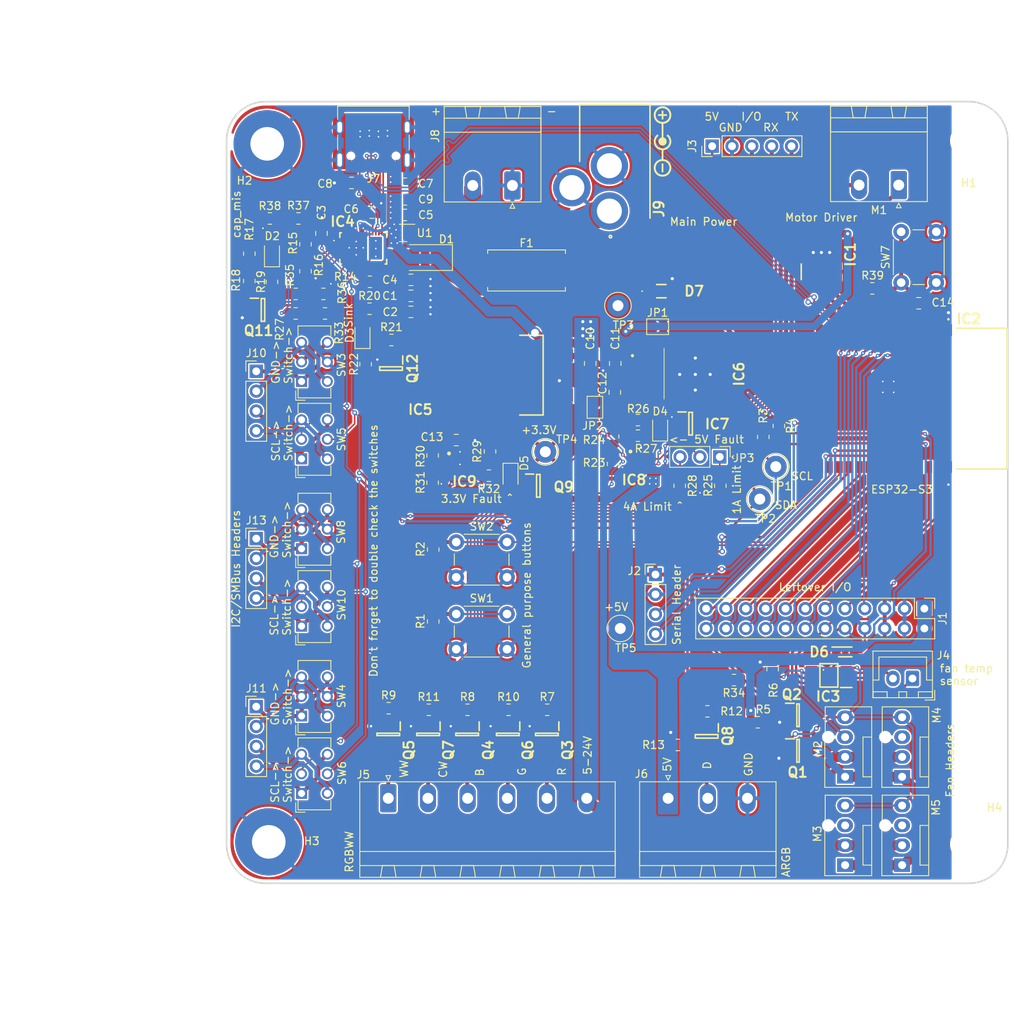
<source format=kicad_pcb>
(kicad_pcb (version 20221018) (generator pcbnew)
  (layers (0 "F.Cu" signal) (31 "B.Cu" signal) (34 "B.Paste" user) (35 "F.Paste" user) (36 "B.SilkS" user "B.Silkscreen") (37 "F.SilkS" user "F.Silkscreen") (38 "B.Mask" user) (39 "F.Mask" user) (44 "Edge.Cuts" user))
  (net 0 "")
  (net 1 "GND")
  (net 2 "LDO_3V3")
  (net 3 "5V-24V")
  (net 4 "+5V")
  (net 5 "+3.3V")
  (net 6 "Net-(D2-K)")
  (net 7 "Net-(D3-K)")
  (net 8 "/USB_PD_POWER")
  (net 9 "/H.L0")
  (net 10 "/H.R0")
  (net 11 "/H.R1")
  (net 12 "/H.R2")
  (net 13 "/H.R3")
  (net 14 "/H.R4")
  (net 15 "/H.R5")
  (net 16 "/Motor_in1")
  (net 17 "/USB_D-")
  (net 18 "/USB_D+")
  (net 19 "/R")
  (net 20 "/G")
  (net 21 "/B")
  (net 22 "/CW")
  (net 23 "/WW")
  (net 24 "/TX")
  (net 25 "/RX")
  (net 26 "/LD2410_I{slash}O")
  (net 27 "/Fan_pwm{slash}dc")
  (net 28 "/Motor_in2")
  (net 29 "/ARGB")
  (net 30 "/Button2")
  (net 31 "/Button1")
  (net 32 "/H.L8")
  (net 33 "/H.L7")
  (net 34 "/H.L6")
  (net 35 "/H.L5")
  (net 36 "/H.L4")
  (net 37 "/I2C{slash}SMdata")
  (net 38 "/I2C{slash}SMclk")
  (net 39 "/H.L3")
  (net 40 "/H.L2")
  (net 41 "/H.L1")
  (net 42 "/Fan Headers/FAN")
  (net 43 "/Fan Headers/TACH")
  (net 44 "/USB/CAP_MIS")
  (net 45 "/USB/SINK_EN")
  (net 46 "Net-(J5-Pin_1)")
  (net 47 "Net-(J5-Pin_2)")
  (net 48 "Net-(J5-Pin_3)")
  (net 49 "Net-(J5-Pin_4)")
  (net 50 "Net-(J5-Pin_5)")
  (net 51 "/USB/PLUG_EVENT")
  (net 54 "/RX0")
  (net 55 "/TX0")
  (net 56 "Net-(J10-Pin_1)")
  (net 57 "Net-(J10-Pin_2)")
  (net 58 "Net-(J11-Pin_1)")
  (net 59 "Net-(J11-Pin_2)")
  (net 60 "Net-(J11-Pin_3)")
  (net 61 "Net-(J11-Pin_4)")
  (net 62 "Net-(J13-Pin_2)")
  (net 63 "Net-(J10-Pin_3)")
  (net 64 "Net-(J10-Pin_4)")
  (net 65 "/Fan Headers/MOS")
  (net 66 "Net-(IC4-CC2)")
  (net 67 "Net-(IC4-CC1)")
  (net 68 "Net-(IC1-OUT1)")
  (net 69 "Net-(IC1-OUT2)")
  (net 71 "Net-(IC3-DP)")
  (net 72 "Net-(IC3-DN)")
  (net 73 "/EN")
  (net 74 "/USB/ADC1")
  (net 75 "Net-(IC4-DRAIN_PAD)")
  (net 76 "Net-(IC4-~{FAULT_IN})")
  (net 78 "Net-(J6-Pin_2)")
  (net 81 "Net-(J13-Pin_1)")
  (net 82 "Net-(J13-Pin_3)")
  (net 83 "Net-(J13-Pin_4)")
  (net 85 "/USB/VBUS")
  (net 86 "/USB/USB_POWER")
  (net 89 "Net-(IC6-VO)")
  (net 90 "Net-(IC5-OUTPUT)")
  (net 91 "Net-(D4-K)")
  (net 92 "Net-(D4-A)")
  (net 93 "Net-(D5-A)")
  (net 95 "Net-(IC8-~{EN}{slash}OVLO)")
  (net 96 "Net-(IC8-ILM)")
  (net 98 "Net-(IC9-~{EN}{slash}OVLO)")
  (net 99 "Net-(IC9-ILM)")
  (net 100 "Net-(JP3-A)")
  (net 101 "Net-(JP3-B)")
  (net 102 "/USB/ADC2")
  (net 103 "/USB/ADC3")
  (net 104 "/USB/ADC4")
  (net 105 "Net-(Q11-G)")
  (net 106 "Net-(Q11-D)")
  (net 107 "Net-(Q12-G)")
  (net 108 "Net-(Q12-D)")
  (net 109 "/Power/3.3V_FLT")
  (net 110 "Net-(Q9-S)")
  (net 113 "Net-(IC7-K)")
  (footprint "Resistor_SMD:R_0805_2012Metric" (layer "F.Cu") (at 157.9 120.1)
    (fp_text reference "R5")
    (fp_text value "2K")
  )
  (footprint "ComponentSearch:SOD2512X110N" (layer "F.Cu") (at 169.1 111.1)
    (fp_text reference "D6")
    (fp_text value "BZX384-C5V1" hide)
  )
  (footprint "Resistor_SMD:R_0805_2012Metric" (layer "F.Cu") (at 116.35 107.2 -90)
    (fp_text reference "R1")
    (fp_text value "10K")
  )
  (footprint "Resistor_SMD:R_0805_2012Metric" (layer "F.Cu") (at 153.1 89.85 -90)
    (fp_text reference "R25")
    (fp_text value "2.32K")
  )
  (footprint "Resistor_SMD:R_0805_2012Metric" (layer "F.Cu") (at 100 58.95 -90)
    (fp_text reference "R15")
    (fp_text value "110k")
  )
  (footprint "ComponentSearch:SOT96P240X110-3N" (layer "F.Cu") (at 125.9 121.65 -90)
    (fp_text reference "Q6")
    (fp_text value "DMN4035L-7" hide)
  )
  (footprint "ComponentSearch:SOT95P230X110-3N" (layer "F.Cu") (at 149.3 81.9)
    (fp_text reference "IC7")
    (fp_text value "BZX84-C12" hide)
  )
  (footprint "Connector_PinHeader_2.54mm:PinHeader_1x05_P2.54mm_Vertical" (layer "F.Cu") (at 152.06 46.4 90)
    (fp_text reference "J3")
    (fp_text value "Conn_01x05")
  )
  (footprint "Connector_PinHeader_2.54mm:PinHeader_2x12_P2.54mm_Vertical" (layer "F.Cu") (at 179.22 105.56 -90)
    (fp_text reference "J1")
    (fp_text value "Conn_02x12_Odd_Even")
  )
  (footprint "Resistor_SMD:R_0805_2012Metric" (layer "F.Cu") (at 111 71.2)
    (fp_text reference "R21")
    (fp_text value "10K")
  )
  (footprint "Resistor_SMD:R_0805_2012Metric" (layer "F.Cu") (at 102.5 67.8)
    (fp_text reference "R33")
    (fp_text value "10K")
  )
  (footprint "Resistor_SMD:R_0805_2012Metric" (layer "F.Cu") (at 142.55 83.4375 180)
    (fp_text reference "R27")
    (fp_text value "1K")
  )
  (footprint "Resistor_SMD:R_0805_2012Metric" (layer "F.Cu") (at 158.6 83.6 -90)
    (fp_text reference "R3")
    (fp_text value "10K")
  )
  (footprint "Capacitor_SMD:C_0805_2012Metric" (layer "F.Cu") (at 108.5 54.9)
    (fp_text reference "C6")
    (fp_text value "330pF")
  )
  (footprint "Button_Switch_THT:SW_CuK_JS202011CQN_DPDT_Straight" (layer "F.Cu") (at 99.5 119.3 90)
    (fp_text reference "SW4")
    (fp_text value "SW_DPDT_x2")
  )
  (footprint "Connector:FanPinHeader_1x04_P2.54mm_Vertical" (layer "F.Cu") (at 176.375 127.075 90)
    (fp_text reference "M4")
    (fp_text value "Fan_4pin")
  )
  (footprint "Capacitor_SMD:C_0805_2012Metric" (layer "F.Cu") (at 139.6 77.9 90)
    (fp_text reference "C12")
    (fp_text value "1uF")
  )
  (footprint "Capacitor_SMD:C_0805_2012Metric" (layer "F.Cu") (at 102.05 57.55 90)
    (fp_text reference "C3")
    (fp_text value "10uF")
  )
  (footprint "Connector:FanPinHeader_1x04_P2.54mm_Vertical" (layer "F.Cu") (at 176.375 138.375 90)
    (fp_text reference "M5")
    (fp_text value "Fan_4pin")
  )
  (footprint "ComponentSearch:TPS25730DREFR" (layer "F.Cu") (at 107.4 59.475)
    (fp_text reference "IC4")
    (fp_text value "TPS25730DREFR" hide)
  )
  (footprint "ComponentSearch:SOIC127P600X170-9N" (layer "F.Cu") (at 166.04 60 90)
    (fp_text reference "IC1")
    (fp_text value "TB67H451FNG,EL" hide)
  )
  (footprint "Connector_PinHeader_2.54mm:PinHeader_1x03_P2.54mm_Vertical" (layer "F.Cu") (at 153.03 86.15 -90)
    (fp_text reference "JP3")
    (fp_text value "Jumper_3_Bridged12")
  )
  (footprint "Resistor_SMD:R_0805_2012Metric" (layer "F.Cu") (at 123.625 85.45 90)
    (fp_text reference "R29")
    (fp_text value "715")
  )
  (footprint "TestPoint:TestPoint_Loop_D2.60mm_Drill1.4mm_Beaded" (layer "F.Cu") (at 140.3 108.1)
    (fp_text reference "TP5")
    (fp_text value "5V")
  )
  (footprint "Resistor_SMD:R_0805_2012Metric" (layer "F.Cu") (at 147.9 89.85 -90)
    (fp_text reference "R28")
    (fp_text value "487")
  )
  (footprint "Resistor_SMD:R_0805_2012Metric" (layer "F.Cu") (at 160.6 82.2 -90)
    (fp_text reference "R4")
    (fp_text value "10K")
  )
  (footprint "Diode_SMD:D_SMA" (layer "F.Cu") (at 115.3 60.65 180)
    (fp_text reference "D1")
    (fp_text value "D_Schottky")
  )
  (footprint "Package_SON:WSON-6-1EP_2x2mm_P0.65mm_EP1x1.6mm" (layer "F.Cu") (at 113 57.5 180)
    (fp_text reference "U1")
    (fp_text value "TVS2200DRV")
  )
  (footprint "Resistor_SMD:R_0805_2012Metric" (layer "F.Cu") (at 99.1 55.65 180)
    (fp_text reference "R37")
    (fp_text value "110k")
  )
  (footprint "Connector_PinHeader_2.54mm:PinHeader_1x04_P2.54mm_Vertical" (layer "F.Cu") (at 93.7 96.6)
    (fp_text reference "J13")
    (fp_text value "Conn_01x04")
  )
  (footprint "Resistor_SMD:R_0805_2012Metric" (layer "F.Cu") (at 107.7 74.3 -90)
    (fp_text reference "R22")
    (fp_text value "33K")
  )
  (footprint "Jumper:SolderJumper-2_P1.3mm_Open_TrianglePad1.0x1.5mm" (layer "F.Cu") (at 145.075 69.5)
    (fp_text reference "JP1")
    (fp_text value "SolderJumper_2_Open")
  )
  (footprint "Button_Switch_THT:SW_CuK_JS202011CQN_DPDT_Straight" (layer "F.Cu") (at 99.5 97.9 90)
    (fp_text reference "SW8")
    (fp_text value "SW_DPDT_x2")
  )
  (footprint "Resistor_SMD:R_0805_2012Metric" (layer "F.Cu") (at 139.375 83.55 -90)
    (fp_text reference "R24")
    (fp_text value "36.5K")
  )
  (footprint "Resistor_SMD:R_0805_2012Metric" (layer "F.Cu") (at 100 62.4 -90)
    (fp_text reference "R16")
    (fp_text value "24K")
  )
  (footprint "ComponentSearch:SON50P200X200X80-9N" (layer "F.Cu") (at 119.775 87.1125)
    (fp_text reference "IC9")
    (fp_text value "TPS259573DSGR" hide)
  )
  (footprint "ComponentSearch:SOT95P230X110-3N" (layer "F.Cu") (at 151.35 121.9 -90)
    (fp_text reference "Q8")
    (fp_text value "2N7002NXAKR" hide)
  )
  (footprint "Capacitor_SMD:C_0805_2012Metric" (layer "F.Cu") (at 112.7 53.2)
    (fp_text reference "C9")
    (fp_text value "10nF")
  )
  (footprint "Resistor_SMD:R_0805_2012Metric" (layer "F.Cu") (at 123.475 88.55)
    (fp_text reference "R32")
    (fp_text value "680")
  )
  (footprint "Resistor_SMD:R_0805_2012Metric" (layer "F.Cu") (at 110.64 118.3)
    (fp_text reference "R9")
    (fp_text value "2K")
  )
  (footprint "TestPoint:TestPoint_Loop_D2.60mm_Drill1.4mm_Beaded" (layer "F.Cu") (at 160.2 87.4)
    (fp_text reference "TP1")
    (fp_text value "SCL")
  )
  (footprint "Jumper:SolderJumper-2_P1.3mm_Open_TrianglePad1.0x1.5mm" (layer "F.Cu") (at 137.05 79.8 -90)
    (fp_text reference "JP2")
    (fp_text value "SolderJumper_2_Bridged")
  )
  (footprint "Resistor_SMD:R_0805_2012Metric" (layer "F.Cu") (at 102.3 65.3)
    (fp_text reference "R36")
    (fp_text value "1K")
  )
  (footprint "Resistor_SMD:R_0805_2012Metric" (layer "F.Cu") (at 120.74 118.5)
    (fp_text reference "R8")
    (fp_text value "2K")
  )
  (footprint "Resistor_SMD:R_0805_2012Metric" (layer "F.Cu") (at 147.65 123)
    (fp_text reference "R13")
    (fp_text value "10K")
  )
  (footprint "LED_SMD:LED_0805_2012Metric" (layer "F.Cu") (at 145.4 82.4375 90)
    (fp_text reference "D4")
    (fp_text value "LED")
  )
  (footprint "Resistor_SMD:R_0805_2012Metric" (layer "F.Cu") (at 130.94 118.5)
    (fp_text reference "R7")
    (fp_text value "2K")
  )
  (footprint "Capacitor_SMD:C_0805_2012Metric" (layer "F.Cu") (at 119.3 84)
    (fp_text reference "C13")
    (fp_text value "10uF")
  )
  (footprint "Button_Switch_THT:SW_CuK_JS202011CQN_DPDT_Straight" (layer "F.Cu") (at 99.5 129.2 90)
    (fp_text reference "SW6")
    (fp_text value "SW_DPDT_x2")
  )
  (footprint "MountingHole:MountingHole_4.3mm_M4" (layer "F.Cu") (at 184.9 135.7)
    (fp_text reference "H4")
    (fp_text value "MountingHole")
  )
  (footprint "Resistor_SMD:R_0805_2012Metric" (layer "F.Cu") (at 92.811768 63.65 -90)
    (fp_text reference "R18")
    (fp_text value "10K")
  )
  (footprint "Resistor_SMD:R_0805_2012Metric" (layer "F.Cu") (at 92.811768 60.15 -90)
    (fp_text reference "R17")
    (fp_text value "11K")
  )
  (footprint "ComponentSearch:Barrel_Polarity" (layer "F.Cu") (at 145.7 45.8 90)
    (fp_text reference "G***" hide)
    (fp_text value "Barrel_Polarity" hide)
  )
  (footprint "Button_Switch_THT:SW_CuK_JS202011CQN_DPDT_Straight" (layer "F.Cu") (at 99.5 86.4 90)
    (fp_text reference "SW5")
    (fp_text value "SW_DPDT_x2")
  )
  (footprint "LED_SMD:LED_0805_2012Metric" (layer "F.Cu") (at 95.711768 60.15 90)
    (fp_text reference "D2")
    (fp_text value "LED")
  )
  (footprint "LED_SMD:LED_0805_2012Metric" (layer "F.Cu") (at 126.25 88.65 -90)
    (fp_text reference "D5")
    (fp_text value "LED")
  )
  (footprint "TestPoint:TestPoint_Loop_D2.60mm_Drill1.4mm_Beaded" (layer "F.Cu") (at 130.7 85.5)
    (fp_text reference "TP4")
    (fp_text value "3.3V")
  )
  (footprint "Connector_Phoenix_MSTB:PhoenixContact_MSTBA_2,5_2-G-5,08_1x02_P5.08mm_Horizontal" (layer "F.Cu") (at 175.94 51.3775 180)
    (fp_text reference "M1")
    (fp_text value "Screw_Terminal_01x02")
  )
  (footprint "Resistor_SMD:R_0805_2012Metric" (layer "F.Cu") (at 172.55 64.6 180)
    (fp_text reference "R39")
    (fp_text value "10K")
  )
  (footprint "Resistor_SMD:R_0805_2012Metric" (layer "F.Cu") (at 116.275 89.45 -90)
    (fp_text reference "R31")
    (fp_text value "10K")
  )
  (footprint "Connector_Phoenix_MSTB:PhoenixContact_MSTBA_2,5_2-G-5,08_1x02_P5.08mm_Horizontal" (layer "F.Cu") (at 126.49 51.4275 180)
    (fp_text reference "J8")
    (fp_text value "Screw_Terminal_01x02")
  )
  (footprint "ComponentSearch:SOT96P240X110-3N" (layer "F.Cu") (at 163.05 123.75)
    (fp_text reference "Q1")
    (fp_text value "DMN4035L-7" hide)
  )
  (footprint "MountingHole:MountingHole_4.3mm_M4" (layer "F.Cu") (at 184.9 45.7)
    (fp_text reference "H1")
    (fp_text value "MountingHole")
  )
  (footprint "ComponentSearch:SON50P200X200X80-9N" (layer "F.Cu") (at 143 86.8625)
    (fp_text reference "IC8")
    (fp_text value "TPS259573DSGR" hide)
  )
  (footprint "Button_Switch_THT:SW_CuK_JS202011CQN_DPDT_Straight" (layer "F.Cu") (at 99.5 107.8 90)
    (fp_text reference "SW10")
    (fp_text value "SW_DPDT_x2")
  )
  (footprint "ComponentSearch:SOT96P240X110-3N" (layer "F.Cu") (at 163.05 119.2)
    (fp_text reference "Q2")
    (fp_text value "DMN4035L-7" hide)
  )
  (footprint "Button_Switch_THT:SW_PUSH_6mm_H7.3mm" (layer "F.Cu") (at 176.25 63.85 90)
    (fp_text reference "SW7")
    (fp_text value "SW_Push")
  )
  (footprint "Button_Switch_THT:SW_PUSH_6mm_H7.3mm" (layer "F.Cu") (at 119.3 97.05)
    (fp_text reference "SW2")
    (fp_text value "SW_Push")
  )
  (footprint "Resistor_SMD:R_0805_2012Metric" (layer "F.Cu") (at 98.75 65.3)
    (fp_text reference "R35")
    (fp_text value "110K")
  )
  (footprint "Connector_USB:USB_C_Receptacle_G-Switch_GT-USB-7010ASV" (layer "F.Cu") (at 108.7 45.05 180)
    (fp_text reference "J7")
    (fp_text value "USB_C_Receptacle_USB2.0_16P")
  )
  (footprint "Resistor_SMD:R_0805_2012Metric" (layer "F.Cu") (at 116.275 85.975 -90)
    (fp_text reference "R30")
    (fp_text value "20.5K")
  )
  (footprint "Capacitor_SMD:C_0805_2012Metric" (layer "F.Cu") (at 178.5 66.5 180)
    (fp_text reference "C14")
    (fp_text value "100nF")
  )
  (footprint "LED_SMD:LED_0805_2012Metric" (layer "F.Cu") (at 107.3 70.6 90)
    (fp_text reference "D3")
    (fp_text value "LED")
  )
  (footprint "Fuse:Fuseholder_Littelfuse_Nano2_154x" (layer "F.Cu") (at 128.3 62.3)
    (fp_text reference "F1")
    (fp_text value "Fuse")
  )
  (footprint "Capacitor_SMD:C_0805_2012Metric" (layer "F.Cu") (at 112.7 55.2)
    (fp_text reference "C5")
    (fp_text value "1uF")
  )
  (footprint "Capacitor_SMD:C_0805_2012Metric" (layer "F.Cu") (at 136.45 74.2 -90)
    (fp_text reference "C10")
    (fp_text value "10uF")
  )
  (footprint "ComponentSearch:SOT96P240X110-3N" (layer "F.Cu") (at 120.7 121.65 -90)
    (fp_text reference "Q4")
    (fp_text value "DMN4035L-7" hide)
  )
  (footprint "ComponentSearch:LD1085D2T33R" (layer "F.Cu") (at 122.225 75.69 180)
    (fp_text reference "IC5")
    (fp_text value "LD1085D2T33R" hide)
  )
  (footprint "Connector_PinHeader_2.54mm:PinHeader_1x04_P2.54mm_Vertical" (layer "F.Cu") (at 144.8 101.2)
    (fp_text reference "J2")
    (fp_text value "Conn_01x04")
  )
  (footprint "Resistor_SMD:R_0805_2012Metric" (layer "F.Cu") (at 125.99 118.5)
    (fp_text reference "R10")
    (fp_text value "2K")
  )
  (footprint "ComponentSearch:694106301002_1" (layer "F.Cu") (at 135.1 41.1 -90)
    (fp_text reference "J9")
    (fp_text value "XKB Connection DC-005-5A-3.0" hide)
  )
  (footprint "Connector_PinHeader_2.54mm:PinHeader_1x04_P2.54mm_Vertical" (layer "F.Cu") (at 93.7 75.2)
    (fp_text reference "J10")
    (fp_text value "Conn_01x04")
  )
  (footprint "Resistor_SMD:R_0805_2012Metric" (layer "F.Cu") (at 154.85 114.7 180)
    (fp_text reference "R34")
    (fp_text value "10K")
  )
  (footprint "Button_Switch_THT:SW_PUSH_6mm_H7.3mm" (layer "F.Cu") (at 119.3 106.25)
    (fp_text reference "SW1")
    (fp_text value "SW_Push")
  )
  (footprint "ComponentSearch:ESP32S3WROOM1N8R8" (layer "F.Cu") (at 177.04 78.7 -90)
    (fp_text reference "IC2")
    (fp_text value "ESP32-S3-WROOM-1-N8" hide)
  )
  (footprint "Resistor_SMD:R_0805_2012Metric" (layer "F.Cu") (at 159.8 113.3 90)
    (fp_text reference "R6")
    (fp_text value "2K")
  )
  (footprint "ComponentSearch:SOT95P230X110-3N" (layer "F.Cu") (at 110.95 74.85 -90)
    (fp_text reference "Q12")
    (fp_text value "2N7002NXAKR" hide)
  )
  (footprint "Resistor_SMD:R_0805_2012Metric" (layer "F.Cu") (at 151.45 118.7 180)
    (fp_text reference "R12")
    (fp_text value "10K")
  )
  (footprint "MountingHole:MountingHole_4.3mm_M4_Pad" (layer "F.Cu") (at 95.3 135.4)
    (fp_text reference "H3")
    (fp_text value "MountingHole_Pad")
  )
  (footprint "Connector:FanPinHeader_1x04_P2.54mm_Vertical" (layer "F.Cu") (at 169.075 127.075 90)
    (fp_text reference "M2")
    (fp_text value "Fan_4pin")
  )
  (footprint "Resistor_SMD:R_0805_2012Metric" (layer "F.Cu") (at 139.375 87.05 -90)
    (fp_text reference "R23")
    (fp_text value "10K")
  )
  (footprint "Resistor_SMD:R_0805_2012Metric" (layer "F.Cu") (at 108.2 67.2)
    (fp_text reference "R20")
    (fp_text value "11K")
  )
  (footprint "ComponentSearch:SOP65P490X110-8N" (layer "F.Cu") (at 167 114.1 180)
    (fp_text reference "IC3")
    (fp_text value "EMC2101-ACZL-TR" hide)
  )
  (footprint "Resistor_SMD:R_0805_2012Metric" (layer "F.Cu") (at 116.35 98 -90)
    (fp_text reference "R2")
    (fp_text value "10K")
  )
  (footprint "Connector_PinHeader_2.54mm:PinHeader_1x04_P2.54mm_Vertical" (layer "F.Cu") (at 93.7 118.1)
    (fp_text reference "J11")
    (fp_text value "Conn_01x04")
  )
  (footprint "Capacitor_SMD:C_0805_2012Metric" (layer "F.Cu") (at 113.5 65.55 180)
    (fp_text reference "C1")
    (fp_text value "10uF")
  )
  (footprint "Button_Switch_THT:SW_CuK_JS202011CQN_DPDT_Straight" (layer "F.Cu") (at 99.5 76.5 90)
    (fp_text reference "SW3")
    (fp_text value "SW_DPDT_x2")
  )
  (footprint "Connector_JST:JST_XH_B2B-XH-A_1x02_P2.50mm_Vertical" (layer "F.Cu") (at 177.7 114.5 180)
    (fp_text reference "J4")
    (fp_text value "Conn_01x02_Pin")
  )
  (footprint "ComponentSearch:SOT95P230X110-3N" (layer "F.Cu") (at 129.8 89.85)
    (fp_text reference "Q9")
    (fp_text value "2N7002NXAKR" hide)
  )
  (footprint "Connector_Phoenix_MSTB:PhoenixContact_MSTBA_2,5_3-G-5,08_1x03_P5.08mm_Horizontal" (layer "F.Cu") (at 146.42 129.8225)
    (fp_text reference "J6")
    (fp_text value "Screw_Terminal_01x03")
  )
  (footprint "Resistor_SMD:R_0805_2012Metric" (layer "F.Cu") (at 95.45 55.65 180)
    (fp_text reference "R38")
    (fp_text value "1K")
  )
  (footprint "ComponentSearch:SOT96P240X110-3N" (layer "F.Cu") (at 115.7 121.65 -90)
    (fp_text reference "Q7")
    (fp_text value "DMN4035L-7" hide)
  )
  (footprint "TestPoint:TestPoint_Loop_D2.60mm_Drill1.4mm_Beaded" (layer "F.Cu") (at 140 66.8)
    (fp_text reference "TP3")
    (fp_text value "Power")
  )
  (footprint "Connector_Phoenix_MSTB:PhoenixContact_MSTBA_2,5_6-G-5,08_1x06_P5.08mm_Horizontal" (layer "F.Cu") (at 110.6 129.8225)
    (fp_text reference "J5")
    (fp_text value "Screw_Terminal_01x06")
  )
  (footprint "ComponentSearch:SOT95P230X110-3N" (layer "F.Cu") (at 94.561768 67.35)
    (fp_text reference "Q11")
    (fp_text value "2N7002NXAKR" hide)
  )
  (footprint "MountingHole:MountingHole_4.3mm_M4_Pad" (layer "F.Cu") (at 95.1 46.1)
    (fp_text reference "H2")
    (fp_text value "MountingHole_Pad")
  )
  (footprint "Resistor_SMD:R_0805_2012Metric" (layer "F.Cu") (at 142.55 81.4375)
    (fp_text reference "R26")
    (fp_text value "2.2K")
  )
  (footprint "Capacitor_SMD:C_0805_2012Metric" (layer "F.Cu") (at 139.65 74.2 -90)
    (fp_text reference "C11")
    (fp_text value "1uF")
  )
  (footprint "ComponentSearch:HPZRC28QX" (layer "F.Cu") (at 145.55 64.95)
    (fp_text reference "D7")
    (fp_text value "D_Zener" hide)
  )
  (footprint "Capacitor_SMD:C_0805_2012Metric" (layer "F.Cu") (at 113.5 67.6 180)
    (fp_text reference "C2")
    (fp_text value "10uF")
  )
  (footprint "Resistor_SMD:R_0805_2012Metric" (layer "F.Cu") (at 95.711768 63.75 -90)
    (fp_text reference "R19")
    (fp_text value "33K")
  )
  (footprint "Resistor_SMD:R_0805_2012Metric" (layer "F.Cu") (at 115.79 118.5)
    (fp_text reference "R11")
    (fp_text value "2K")
  )
  (footprint "ComponentSearch:SOT96P240X110-3N" (layer "F.Cu") (at 130.9 121.65 -90)
    (fp_text reference "Q3")
    (fp_text value "DMN4035L-7" hide)
  )
  (footprint "Capacitor_SMD:C_0805_2012Metric" (layer "F.Cu") (at 105.9 51.1 180)
    (fp_text reference "C8")
    (fp_text value "330pF")
  )
  (footprint "Capacitor_SMD:C_0805_2012Metric" (layer "F.Cu") (at 113.5 63.5 180)
    (fp_text reference "C4")
    (fp_text value "100nF")
  )
  (footprint "TestPoint:TestPoint_Loop_D2.60mm_Drill1.4mm_Beaded" (layer "F.Cu") (at 158.15 91.55)
    (fp_text reference "TP2")
    (fp_text value "SDA")
  )
  (footprint "ComponentSearch:SOT96P240X110-3N" (layer "F.Cu") (at 110.6 121.65 -90)
    (fp_text reference "Q5")
    (fp_text value "DMN4035L-7" hide)
  )
  (footprint "Resistor_SMD:R_0805_2012Metric" (layer "F.Cu") (at 108.25 63.75)
    (fp_text reference "R14")
    (fp_text value "10K")
  )
  (footprint "ComponentSearch:BD50FC0FPE2" (layer "F.Cu") (at 147.555 75.5 -90)
    (fp_text reference "IC6")
    (fp_text value "BD50FC0FP-E2" hide)
  )
  (footprint "Resistor_SMD:R_0805_2012Metric" (layer "F.Cu") (at 98.75 67.8)
    (fp_text reference "R27")
    (fp_text value "10K")
  )
  (footprint "Connector:FanPinHeader_1x04_P2.54mm_Vertical" (layer "F.Cu") (at 169.075 138.375 90)
    (fp_text reference "M3")
    (fp_text value "Fan_4pin")
  )
  (footprint "Capacitor_SMD:C_0805_2012Metric" (layer "F.Cu") (at 112.7 51.2)
    (fp_text reference "C7")
    (fp_text value "10nF")
  )
  (gr_line (start 189.9 45.7) (end 189.9 135.7) (stroke (width 0.2)) (layer "Edge.Cuts"))
  (gr_arc (start 189.9 135.7) (mid 188.435534 139.235533) (end 184.9 140.7) (stroke (width 0.2)) (layer "Edge.Cuts"))
  (gr_arc (start 184.9 40.7) (mid 188.435533 42.164466) (end 189.9 45.7) (stroke (width 0.2)) (layer "Edge.Cuts"))
  (gr_arc (start 94.9 140.7) (mid 91.364467 139.235534) (end 89.9 135.7) (stroke (width 0.2)) (layer "Edge.Cuts"))
  (gr_line (start 89.9 135.7) (end 89.9 45.7) (stroke (width 0.2)) (layer "Edge.Cuts"))
  (gr_line (start 94.9 140.7) (end 184.9 140.7) (stroke (width 0.2)) (layer "Edge.Cuts"))
  (gr_line (start 94.9 40.7) (end 184.9 40.7) (stroke (width 0.2)) (layer "Edge.Cuts"))
  (gr_arc (start 89.9 45.7) (mid 91.364466 42.164467) (end 94.9 40.7) (stroke (width 0.2)) (layer "Edge.Cuts"))
  (gr_text "WW" (at 113.2 127.3 90) (layer "F.SilkS") (effects (font (size 1 1)) (justify left bottom)))
  (gr_text "I2C/SMBus Headers" (at 91.7 108.1 90) (layer "F.SilkS") (effects (font (size 1 1)) (justify left bottom)))
  (gr_text "SDA\n" (at 160 92.9) (layer "F.SilkS") (effects (font (size 1 1) (thickness 0.15) bold) (justify left bottom)))
  (gr_text "cap_mis" (at 91.75 58.25 90) (layer "F.SilkS") (effects (font (size 1 1)) (justify left bottom)))
  (gr_text "RGBWW" (at 106.2 139.4 90) (layer "F.SilkS") (effects (font (size 1 1)) (justify left bottom)))
  (gr_text "4A Limit ^" (at 148.3 93.1) (layer "F.SilkS") (effects (font (size 1 1) (thickness 0.15) bold) (justify right bottom)))
  (gr_text "+5V" (at 138.16 105.94) (layer "F.SilkS") (effects (font (size 1 1)) (justify left bottom)))
  (gr_text "RX" (at 158.5 44.6) (layer "F.SilkS") (effects (font (size 1 1)) (justify left bottom)))
  (gr_text "G" (at 128.3 127 90) (layer "F.SilkS") (effects (font (size 1 1)) (justify left bottom)))
  (gr_text "Sink" (at 106.1 69.7 90) (layer "F.SilkS") (effects (font (size 1 1)) (justify left bottom)))
  (gr_text "-" (at 130.8 42.5) (layer "F.SilkS") (effects (font (size 1 1)) (justify left bottom)))
  (gr_text "+3.3V" (at 127.55 83.3) (layer "F.SilkS") (effects (font (size 1 1) (thickness 0.15) bold) (justify left bottom)))
  (gr_text "TX" (at 161.3 43.2) (layer "F.SilkS") (effects (font (size 1 1)) (justify left bottom)))
  (gr_text "SCL->\nSwitch->\n" (at 98.2 109.1 90) (layer "F.SilkS") (effects (font (size 1 1)) (justify left bottom)))
  (gr_text "GND->\nSwitch->\n" (at 98.4 76.9 90) (layer "F.SilkS") (effects (font (size 1 1)) (justify left bottom)))
  (gr_text "GND->\nSwitch->\n" (at 98.3 120.6 90) (layer "F.SilkS") (effects (font (size 1 1)) (justify left bottom)))
  (gr_text "<- 5V Fault" (at 156.2 84.5) (layer "F.SilkS") (effects (font (size 1 1) (thickness 0.15) bold) (justify right bottom)))
  (gr_text "+" (at 116 42.5) (layer "F.SilkS") (effects (font (size 1 1)) (justify left bottom)))
  (gr_text "CW" (at 118.2 127.3 90) (layer "F.SilkS") (effects (font (size 1 1)) (justify left bottom)))
  (gr_text "1A Limit ^" (at 155.8 85.8 90) (layer "F.SilkS") (effects (font (size 1 1) (thickness 0.15) bold) (justify right bottom)))
  (gr_text "5V" (at 146.9 126.5 90) (layer "F.SilkS") (effects (font (size 1 1)) (justify left bottom)))
  (gr_text "D" (at 152 126.2 90) (layer "F.SilkS") (effects (font (size 1 1)) (justify left bottom)))
  (gr_text "Serial Header" (at 148.1 110.3 90) (layer "F.SilkS") (effects (font (size 1 1)) (justify left bottom)))
  (gr_text "B" (at 122.9 127.1 90) (layer "F.SilkS") (effects (font (size 1 1)) (justify left bottom)))
  (gr_text "Motor Driver" (at 161.3 56.1) (layer "F.SilkS") (effects (font (size 1 1)) (justify left bottom)))
  (gr_text "GND" (at 157.3 127.1 90) (layer "F.SilkS") (effects (font (size 1 1)) (justify left bottom)))
  (gr_text "Fan Headers" (at 183.1 129.8 90) (layer "F.SilkS") (effects (font (size 1 1)) (justify left bottom)))
  (gr_text "fan temp \nsensor" (at 181.1 115.4) (layer "F.SilkS") (effects (font (size 1 1)) (justify left bottom)))
  (gr_text "ESP32-S3" (at 172.3 90.9) (layer "F.SilkS") (effects (font (size 1 1)) (justify left bottom)))
  (gr_text "\n3.3V Fault ^" (at 117.25 92.1) (layer "F.SilkS") (effects (font (size 1 1) (thickness 0.15) bold) (justify left bottom)))
  (gr_text "5-24V" (at 136.7 126.9 90) (layer "F.SilkS") (effects (font (size 1 1)) (justify left bottom)))
  (gr_text "5V" (at 151 43.2) (layer "F.SilkS") (effects (font (size 1 1)) (justify left bottom)))
  (gr_text "SCL->\nSwitch->\n" (at 98.3 130.5 90) (layer "F.SilkS") (effects (font (size 1 1)) (justify left bottom)))
  (gr_text "SCL" (at 162.1 89.2) (layer "F.SilkS") (effects (font (size 1 1) (thickness 0.15) bold) (justify left bottom)))
  (gr_text "Main Power" (at 146.55 56.65) (layer "F.SilkS") (effects (font (size 1 1)) (justify left bottom)))
  (gr_text "GND" (at 152.8 44.6) (layer "F.SilkS") (effects (font (size 1 1)) (justify left bottom)))
  (gr_text "Leftover I/O" (at 160.5 103.4) (layer "F.SilkS") (effects (font (size 1 1)) (justify left bottom)))
  (gr_text "R" (at 133.4 127 90) (layer "F.SilkS") (effects (font (size 1 1)) (justify left bottom)))
  (gr_text "General purpose buttons" (at 128.9 113.3 90) (layer "F.SilkS") (effects (font (size 1 1)) (justify left bottom)))
  (gr_text "GND->\nSwitch->\n" (at 98.2 99.2 90) (layer "F.SilkS") (effects (font (size 1 1)) (justify left bottom)))
  (gr_text "ARGB" (at 162.1 140 90) (layer "F.SilkS") (effects (font (size 1 1)) (justify left bottom)))
  (gr_text "Don't forget to double check the switches" (at 109.3 114.4 90) (layer "F.SilkS") (effects (font (size 1 1)) (justify left bottom)))
  (gr_text "SCL->\nSwitch->\n" (at 98.4 86.8 90) (layer "F.SilkS") (effects (font (size 1 1)) (justify left bottom)))
  (gr_text "I/O" (at 155.7 43.2) (layer "F.SilkS") (effects (font (size 1 1)) (justify left bottom)))
  (segment (start 106.96 60) (end 106.435 59.475) (width 0.2) (layer "F.Cu") (net 1))
  (segment (start 107.2 60.34) (end 107.2 60.1) (width 0.2) (layer "F.Cu") (net 1))
  (segment (start 148.2 80.95) (end 147 80.95) (width 0.3) (layer "F.Cu") (net 1))
  (segment (start 143.45 86.1125) (end 143 86.5625) (width 0.2) (layer "F.Cu") (net 1))
  (segment (start 182.3 87.45) (end 182.3 89.7) (width 0.5) (layer "F.Cu") (net 1))
  (segment (start 107.8 58.11) (end 107.2 58.71) (width 0.2) (layer "F.Cu") (net 1))
  (segment (start 106.6 59.64) (end 106.435 59.475) (width 0.2) (layer "F.Cu") (net 1))
  (segment (start 107.2 58.7) (end 107.11 58.7) (width 0.2) (layer "F.Cu") (net 1))
  (segment (start 108.45 62) (end 107.95 62) (width 0.2) (layer "F.Cu") (net 1))
  (segment (start 171.15 111.1) (end 171.6 110.65) (width 0.3) (layer "F.Cu") (net 1))
  (segment (start 103.2125 64.0375) (end 103.25 64) (width 0.2) (layer "F.Cu") (net 1))
  (segment (start 141.6375 83.6375) (end 143 85) (width 0.2) (layer "F.Cu") (net 1))
  (segment (start 106.51 59.4) (end 106.5 59.4) (width 0.2) (layer "F.Cu") (net 1))
  (segment (start 119.775 87.1125) (end 119.775 86.7125) (width 0.3) (layer "F.Cu") (net 1))
  (segment (start 153.1 90.7625) (end 150.5125 90.7625) (width 0.5) (layer "F.Cu") (net 1))
  (segment (start 107.2 58.61) (end 107.2 58.7) (width 0.2) (layer "F.Cu") (net 1))
  (segment (start 105.835 58.875) (end 106.435 59.475) (width 0.2) (layer "F.Cu") (net 1))
  (segment (start 94.5375 55.65) (end 94.5375 56.8875) (width 0.2) (layer "F.Cu") (net 1))
  (segment (start 124.94 120.6) (end 123.7 120.6) (width 0.5) (layer "F.Cu") (net 1))
  (segment (start 114.74 120.6) (end 113.5 120.6) (width 0.5) (layer "F.Cu") (net 1))
  (segment (start 120.125 86.3625) (end 120.825 86.3625) (width 0.3) (layer "F.Cu") (net 1))
  (segment (start 94.5375 56.8875) (end 94.55 56.9) (width 0.2) (layer "F.Cu") (net 1))
  (segment (start 105.8 58.7) (end 105.8 58.74) (width 0.2) (layer "F.Cu") (net 1))
  (segment (start 109.45 53.95) (end 109.7 53.7) (width 0.5) (layer "F.Cu") (net 1))
  (segment (start 106.5 59.4) (end 106.5 59.41) (width 0.2) (layer "F.Cu") (net 1))
  (segment (start 106.5 59.41) (end 106.435 59.475) (width 0.2) (layer "F.Cu") (net 1))
  (segment (start 139.375 87.9625) (end 140.1125 87.9625) (width 0.2) (layer "F.Cu") (net 1))
  (segment (start 162 124.71) (end 160.61 124.71) (width 0.5) (layer "F.Cu") (net 1))
  (segment (start 106.6 59.9) (end 106.6 59.64) (width 0.2) (layer "F.Cu") (net 1))
  (segment (start 170.25 111.1) (end 171.15 111.1) (width 0.3) (layer "F.Cu") (net 1))
  (segment (start 103.2125 65.3) (end 103.2125 64.0375) (width 0.2) (layer "F.Cu") (net 1))
  (segment (start 107.2 60.1) (end 106.96 60.1) (width 0.2) (layer "F.Cu") (net 1))
  (segment (start 109.84 56.21) (end 109.8 56.25) (width 0.2) (layer "F.Cu") (net 1))
  (segment (start 165.405 57.525) (end 165.405 59.365) (width 0.5) (layer "F.Cu") (net 1))
  (segment (start 143 86.8625) (end 143 85) (width 0.2) (layer "F.Cu") (net 1))
  (segment (start 150.5125 90.7625) (end 150.5 90.75) (width 0.5) (layer "F.Cu") (net 1))
  (segment (start 147 80.95) (end 146.9 81.05) (width 0.3) (layer "F.Cu") (net 1))
  (segment (start 166.025 113.125) (end 164.775 113.125) (width 0.3) (layer "F.Cu") (net 1))
  (segment (start 107.11 58.8) (end 106.51 59.4) (width 0.2) (layer "F.Cu") (net 1))
  (segment (start 106.6 61.4) (end 106.6 60.1) (width 0.2) (layer "F.Cu") (net 1))
  (segment (start 171.6 110.65) (end 171.6 108.1) (width 0.3) (layer "F.Cu") (net 1))
  (segment (start 105.8 58.84) (end 106.435 59.475) (width 0.2) (layer "F.Cu") (net 1))
  (segment (start 106.5 58.7) (end 106.399 58.801) (width 0.2) (layer "F.Cu") (net 1))
  (segment (start 165.655 60) (end 165.655 60) (width 0.5) (layer "F.Cu") (net 1))
  (segment (start 103.4125 67.8) (end 103.4125 65.5) (width 0.2) (layer "F.Cu") (net 1))
  (segment (start 107.8 57.55) (end 107.8 58.11) (width 0.2) (layer "F.Cu") (net 1))
  (segment (start 147.9 90.7625) (end 150.4875 90.7625) (width 0.5) (layer "F.Cu") (net 1))
  (segment (start 106.5 60.1) (end 106.6 60) (width 0.2) (layer "F.Cu") (net 1))
  (segment (start 93.361768 68.31) (end 91.951768 68.31) (width 0.3) (layer "F.Cu") (net 1))
  (segment (start 129.94 120.6) (end 128.7 120.6) (width 0.5) (layer "F.Cu") (net 1))
  (segment (start 138.1 75.1) (end 136.5 75.1) (width 0.5) (layer "F.Cu") (net 1))
  (segment (start 107.8 60.84) (end 107.2 60.24) (width 0.2) (layer "F.Cu") (net 1))
  (segment (start 141.6375 83.4375) (end 141.6375 83.6375) (width 0.2) (layer "F.Cu") (net 1))
  (segment (start 166.3 113.4) (end 166.025 113.125) (width 0.3) (layer "F.Cu") (net 1))
  (segment (start 104.95 51.1) (end 103.7 51.1) (width 0.5) (layer "F.Cu") (net 1))
  (segment (start 182.3 69.95) (end 182.3 67.7) (width 0.8) (layer "F.Cu") (net 1))
  (segment (start 165.405 59.365) (end 166.04 60) (width 0.5) (layer "F.Cu") (net 1))
  (segment (start 106.399 57.725) (end 106.399 58.699) (width 0.2) (layer "F.Cu") (net 1))
  (segment (start 136.5 75.1) (end 136.45 75.15) (width 0.5) (layer "F.Cu") (net 1))
  (segment (start 116.6375 90.3625) (end 117.4 89.6) (width 0.2) (layer "F.Cu") (net 1))
  (segment (start 108.6 61.4) (end 109 61.4) (width 0.2) (layer "F.Cu") (net 1))
  (segment (start 102.05 56.6) (end 102.05 55.55) (width 0.5) (layer "F.Cu") (net 1))
  (segment (start 109.8 56.25) (end 109.8 57.55) (width 0.2) (layer "F.Cu") (net 1))
  (segment (start 106.5 60.3) (end 106.5 60.1) (width 0.2) (layer "F.Cu") (net 1))
  (segment (start 108.6 61.4) (end 108.6 61.85) (width 0.2) (layer "F.Cu") (net 1))
  (segment (start 107.8 61.85) (end 107.8 61.4) (width 0.2) (layer "F.Cu") (net 1))
  (segment (start 103.4125 65.5) (end 103.2125 65.3) (width 0.2) (layer "F.Cu") (net 1))
  (segment (start 146.95 64.85) (end 146.95 63.35) (width 1.2) (layer "F.Cu") (net 1))
  (segment (start 143 86.5625) (end 143 86.8625) (width 0.2) (layer "F.Cu") (net 1))
  (segment (start 101.2875 63.3125) (end 101.3 63.3) (width 0.5) (layer "F.Cu") (net 1))
  (segment (start 165 60.655) (end 165 60) (width 0.5) (layer "F.Cu") (net 1))
  (segment (start 105.835 60.075) (end 106.435 59.475) (width 0.2) (layer "F.Cu") (net 1))
  (segment (start 119.775 87.1125) (end 119.775 85.5) (width 0.5) (layer "F.Cu") (net 1))
  (segment (start 105.375 60.075) (end 105.4 60.1) (width 0.2) (layer "F.Cu") (net 1))
  (segment (start 91.951768 68.31) (end 91.911768 68.35) (width 0.3) (layer "F.Cu") (net 1))
  (segment (start 140.1125 87.9625) (end 140.575 87.5) (width 0.2) (layer "F.Cu") (net 1))
  (segment (start 109.45 54.9) (end 109.45 53.95) (width 0.5) (layer "F.Cu") (net 1))
  (segment (start 165.655 60) (end 166.04 60) (width 0.5) (layer "F.Cu") (net 1))
  (segment (start 106.6 60.2) (end 106.5 60.3) (width 0.2) (layer "F.Cu") (net 1))
  (segment (start 107 60.04) (end 106.435 59.475) (width 0.2) (layer "F.Cu") (net 1))
  (segment (start 160.76 120.16) (end 160.7 120.1) (width 0.5) (layer "F.Cu") (net 1))
  (segment (start 119.74 120.6) (end 118.6 120.6) (width 0.5) (layer "F.Cu") (net 1))
  (segment (start 162 120.16) (end 160.76 120.16) (width 0.5) (layer "F.Cu") (net 1))
  (segment (start 109.4 57.55) (end 109.8 57.55) (width 0.2) (layer "F.Cu") (net 1))
  (segment (start 123.625 84.5375) (end 122.2375 84.5375) (width 0.2) (layer "F.Cu") (net 1))
  (segment (start 139.65 75.15) (end 138.15 75.15) (width 0.5) (layer "F.Cu") (net 1))
  (segment (start 105.8 60.1) (end 105.835 60.175) (width 0.2) (layer "F.Cu") (net 1))
  (segment (start 107 61.4) (end 106.6 61.4) (width 0.2) (layer "F.Cu") (net 1))
  (segment (start 122.2375 84.5375) (end 121.7 84) (width 0.2) (layer "F.Cu") (net 1))
  (segment (start 179.45 66.5) (end 179.45 65.15) (width 0.5) (layer "F.Cu") (net 1))
  (segment (start 116.275 90.3625) (end 116.6375 90.3625) (width 0.2) (layer "F.Cu") (net 1))
  (segment (start 161.84 120.16) (end 161.8 120.2) (width 0.5) (layer "F.Cu") (net 1))
  (segment (start 107.95 62) (end 107.8 61.85) (width 0.2) (layer "F.Cu") (net 1))
  (segment (start 106.5 58.6) (end 106.5 58.7) (width 0.2) (layer "F.Cu") (net 1))
  (segment (start 165 60) (end 165.655 60) (width 0.5) (layer "F.Cu") (net 1))
  (segment (start 109.64 120.6) (end 108.4 120.6) (width 0.5) (layer "F.Cu") (net 1))
  (segment (start 106.399 59.439) (end 106.435 59.475) (width 0.2) (layer "F.Cu") (net 1))
  (segment (start 100 63.3125) (end 101.2875 63.3125) (width 0.5) (layer "F.Cu") (net 1))
  (segment (start 102.05 55.55) (end 102.1 55.5) (width 0.5) (layer "F.Cu") (net 1))
  (segment (start 138.15 75.15) (end 138.1 75.1) (width 0.5) (layer "F.Cu") (net 1))
  (segment (start 120.25 84) (end 121.7 84) (width 0.5) (layer "F.Cu") (net 1))
  (segment (start 164.135 61.52) (end 165 60.655) (width 0.5) (layer "F.Cu") (net 1))
  (segment (start 164.135 62.475) (end 164.135 61.52) (width 0.5) (layer "F.Cu") (net 1))
  (segment (start 139.6 76.95) (end 139.6 75.2) (width 0.5) (layer "F.Cu") (net 1))
  (segment (start 110.14 73.7) (end 109.2 73.7) (width 0.5) (layer "F.Cu") (net 1))
  (segment (start 160.61 124.71) (end 160.6 124.7) (width 0.5) (layer "F.Cu") (net 1))
  (segment (start 108.6 61.85) (end 108.45 62) (width 0.2) (layer "F.Cu") (net 1))
  (segment (start 107.8 61.4) (end 107.8 60.84) (width 0.2) (layer "F.Cu") (net 1))
  (segment (start 105.8 57.55) (end 105.8 58.8) (width 0.2) (layer "F.Cu") (net 1))
  (segment (start 144.05 86.1125) (end 143.45 86.1125) (width 0.2) (layer "F.Cu") (net 1))
  (segment (start 132.5 78.23) (end 132.5 76.4) (width 0.8) (layer "F.Cu") (net 1))
  (segment (start 150.4875 90.7625) (end 150.5 90.75) (width 0.5) (layer "F.Cu") (net 1))
  (segment (start 179.45 65.15) (end 180.75 63.85) (width 0.5) (layer "F.Cu") (net 1))
  (segment (start 139.6 75.2) (end 139.65 75.15) (width 0.5) (layer "F.Cu") (net 1))
  (segment (start 119.775 86.7125) (end 120.125 86.3625) (width 0.3) (layer "F.Cu") (net 1))
  (via (at 128.7 120.6) (size 0.6) (drill 0.3) (layers "F.Cu" "B.Cu") (net 1))
  (via (at 101.3 63.3) (size 0.6) (drill 0.3) (layers "F.Cu" "B.Cu") (net 1))
  (via (at 119.775 85.5) (size 0.5) (drill 0.2) (layers "F.Cu" "B.Cu") (net 1))
  (via (at 160.7 120.1) (size 0.7) (drill 0.4) (layers "F.Cu" "B.Cu") (net 1))
  (via (at 105.9 56.4) (size 0.5) (drill 0.2) (layers "F.Cu" "B.Cu") (net 1))
  (via (at 140.575 87.5) (size 0.5) (drill 0.2) (layers "F.Cu" "B.Cu") (net 1))
  (via (at 167.1 60) (size 0.7) (drill 0.4) (layers "F.Cu" "B.Cu") (net 1))
  (via (at 150.5 90.75) (size 0.5) (drill 0.2) (layers "F.Cu" "B.Cu") (net 1))
  (via (at 102.1 55.5) (size 0.6) (drill 0.3) (layers "F.Cu" "B.Cu") (net 1))
  (via (at 103.25 64) (size 0.5) (drill 0.2) (layers "F.Cu" "B.Cu") (net 1))
  (via (at 123.7 120.6) (size 0.6) (drill 0.3) (layers "F.Cu" "B.Cu") (net 1))
  (via (at 175.3 77.9) (size 0.5) (drill 0.2) (layers "F.Cu" "B.Cu") (net 1))
  (via (at 119.775 87.1125) (size 0.5) (drill 0.2) (layers "F.Cu" "B.Cu") (net 1))
  (via (at 113.5 120.6) (size 0.6) (drill 0.3) (layers "F.Cu" "B.Cu") (net 1))
  (via (at 146.95 63.35) (size 0.7) (drill 0.4) (layers "F.Cu" "B.Cu") (net 1))
  (via (at 175.3 76.5) (size 0.5) (drill 0.2) (layers "F.Cu" "B.Cu") (net 1))
  (via (at 109.2 73.7) (size 0.6) (drill 0.3) (layers "F.Cu" "B.Cu") (net 1))
  (via (at 149.9 77.6) (size 0.7) (drill 0.4) (layers "F.Cu" "B.Cu") (net 1))
  (via (at 166.04 60) (size 0.7) (drill 0.4) (layers "F.Cu" "B.Cu") (net 1))
  (via (at 138.1 75.1) (size 0.6) (drill 0.3) (layers "F.Cu" "B.Cu") (net 1))
  (via (at 151.8 75.6) (size 0.7) (drill 0.4) (layers "F.Cu" "B.Cu") (net 1))
  (via (at 103.7 51.1) (size 0.7) (drill 0.4) (layers "F.Cu" "B.Cu") (net 1))
  (via (at 117.4 89.6) (size 0.5) (drill 0.2) (layers "F.Cu" "B.Cu") (net 1))
  (via (at 182.3 67.7) (size 0.7) (drill 0.4) (layers "F.Cu" "B.Cu") (net 1))
  (via (at 106.5 60.3) (size 0.5) (drill 0.2) (layers "F.Cu" "B.Cu") (net 1))
  (via (at 109.84 56.21) (size 0.5) (drill 0.2) (layers "F.Cu" "B.Cu") (net 1))
  (via (at 147.9 75.6) (size 0.7) (drill 0.4) (layers "F.Cu" "B.Cu") (net 1))
  (via (at 106.5 58.6) (size 0.5) (drill 0.2) (layers "F.Cu" "B.Cu") (net 1))
  (via (at 106.5 59.4) (size 0.5) (drill 0.2) (layers "F.Cu" "B.Cu") (net 1))
  (via (at 149.9 75.6) (size 0.7) (drill 0.4) (layers "F.Cu" "B.Cu") (net 1))
  (via (at 173.9 77.9) (size 0.5) (drill 0.2) (layers "F.Cu" "B.Cu") (net 1))
  (via (at 94.55 56.9) (size 0.5) (drill 0.2) (layers "F.Cu" "B.Cu") (net 1))
  (via (at 173.9 76.5) (size 0.5) (drill 0.2) (layers "F.Cu" "B.Cu") (net 1))
  (via (at 118.6 120.6) (size 0.6) (drill 0.3) (layers "F.Cu" "B.Cu") (net 1))
  (via (at 146.9 81.05) (size 0.5) (drill 0.2) (layers "F.Cu" "B.Cu") (net 1))
  (via (at 182.3 89.7) (size 0.6) (drill 0.3) (layers "F.Cu" "B.Cu") (net 1))
  (via (at 143 85) (size 0.5) (drill 0.2) (layers "F.Cu" "B.Cu") (net 1))
  (via (at 116 66.1) (size 0.6) (drill 0.3) (layers "F.Cu" "B.Cu") (net 1))
  (via (at 121.7 84) (size 0.6) (drill 0.3) (layers "F.Cu" "B.Cu") (net 1))
  (via (at 166.3 113.4) (size 0.5) (drill 0.2) (layers "F.Cu" "B.Cu") (net 1))
  (via (at 116 67) (size 0.6) (drill 0.3) (layers "F.Cu" "B.Cu") (net 1))
  (via (at 116 64.3) (size 0.6) (drill 0.3) (layers "F.Cu" "B.Cu") (net 1))
  (via (at 132.5 76.4) (size 0.7) (drill 0.4) (layers "F.Cu" "B.Cu") (net 1))
  (via (at 116 67.9) (size 0.6) (drill 0.3) (layers "F.Cu" "B.Cu") (net 1))
  (via (at 91.911768 68.35) (size 0.7) (drill 0.4) (layers "F.Cu" "B.Cu") (net 1))
  (via (at 105.6 59.4) (size 0.5) (drill 0.2) (layers "F.Cu" "B.Cu") (net 1))
  (via (at 108.4 120.6) (size 0.6) (drill 0.3) (layers "F.Cu" "B.Cu") (net 1))
  (via (at 107.4 59.4) (size 0.5) (drill 0.2) (layers "F.Cu" "B.Cu") (net 1))
  (via (at 109.7 53.7) (size 0.6) (drill 0.3) (layers "F.Cu" "B.Cu") (net 1))
  (via (at 160.6 124.7) (size 0.7) (drill 0.4) (layers "F.Cu" "B.Cu") (net 1))
  (via (at 165 60) (size 0.7) (drill 0.4) (layers "F.Cu" "B.Cu") (net 1))
  (via (at 116 65.2) (size 0.6) (drill 0.3) (layers "F.Cu" "B.Cu") (net 1))
  (via (at 149.9 73.5) (size 0.7) (drill 0.4) (layers "F.Cu" "B.Cu") (net 1))
  (via (at 116 63.4) (size 0.6) (drill 0.3) (layers "F.Cu" "B.Cu") (net 1))
  (via (at 106.4 56.9) (size 0.5) (drill 0.2) (layers "F.Cu" "B.Cu") (net 1))
  (segment (start 171.6 108.1) (end 170.35 106.85) (width 0.5) (layer "B.Cu") (net 1))
  (segment (start 171.6 108.1) (end 171.6 107.85) (width 0.5) (layer "B.Cu") (net 1))
  (segment (start 171.6 107.85) (end 172.65 106.8) (width 0.5) (layer "B.Cu") (net 1))
  (segment (start 100 55.6625) (end 100.0125 55.65) (width 0.3) (layer "F.Cu") (net 2))
  (segment (start 102.1 59.45) (end 102.1 58.55) (width 0.2) (layer "F.Cu") (net 2))
  (segment (start 99.975 58.0625) (end 100 58.0375) (width 0.3) (layer "F.Cu") (net 2))
  (segment (start 97.7875 67.75) (end 97.8375 67.8) (width 0.2) (layer "F.Cu") (net 2))
  (segment (start 102.1 58.475) (end 104.475 58.475) (width 0.2) (layer "F.Cu") (net 2))
  (segment (start 98.9625 54.6) (end 94.019544 54.6) (width 0.3) (layer "F.Cu") (net 2))
  (segment (start 96.95 67.75) (end 97.7875 67.75) (width 0.2) (layer "F.Cu") (net 2))
  (segment (start 95.711768 59.2125) (end 96.411767 59.2125) (width 0.3) (layer "F.Cu") (net 2))
  (segment (start 107.3 69.6625) (end 107.3 67.2125) (width 0.3) (layer "F.Cu") (net 2))
  (segment (start 107.2875 67.2) (end 107.2875 63.8) (width 0.3) (layer "F.Cu") (net 2))
  (segment (start 92.811768 55.807776) (end 92.811768 59.2375) (width 0.3) (layer "F.Cu") (net 2))
  (segment (start 107.3 67.2125) (end 107.2875 67.2) (width 0.3) (layer "F.Cu") (net 2))
  (segment (start 95.686768 59.2375) (end 95.711768 59.2125) (width 0.3) (layer "F.Cu") (net 2))
  (segment (start 100 58.0375) (end 101.5875 58.0375) (width 0.3) (layer "F.Cu") (net 2))
  (segment (start 102.1 59.45) (end 102.1 58.475) (width 0.2) (layer "F.Cu") (net 2))
  (segment (start 107.2875 63.8) (end 107.3375 63.75) (width 0.3) (layer "F.Cu") (net 2))
  (segment (start 101.5875 58.0375) (end 102.05 58.5) (width 0.3) (layer "F.Cu") (net 2))
  (segment (start 96.411767 59.2125) (end 97.8375 60.638233) (width 0.3) (layer "F.Cu") (net 2))
  (segment (start 94.019544 54.6) (end 92.811768 55.807776) (width 0.3) (layer "F.Cu") (net 2))
  (segment (start 100.0125 55.65) (end 98.9625 54.6) (width 0.3) (layer "F.Cu") (net 2))
  (segment (start 92.811768 59.2375) (end 95.686768 59.2375) (width 0.3) (layer "F.Cu") (net 2))
  (segment (start 100 58.0375) (end 100 55.6625) (width 0.3) (layer "F.Cu") (net 2))
  (segment (start 106.4 63.75) (end 107.3375 63.75) (width 0.2) (layer "F.Cu") (net 2))
  (segment (start 102.1 58.55) (end 102.05 58.5) (width 0.2) (layer "F.Cu") (net 2))
  (segment (start 97.8375 60.638233) (end 97.8375 65.3) (width 0.3) (layer "F.Cu") (net 2))
  (via (at 97.8375 63.5) (size 0.5) (drill 0.2) (layers "F.Cu" "B.Cu") (net 2))
  (via (at 106.4 63.75) (size 0.5) (drill 0.2) (layers "F.Cu" "B.Cu") (net 2))
  (via (at 96.95 67.75) (size 0.5) (drill 0.2) (layers "F.Cu" "B.Cu") (net 2))
  (via (at 102.1 59.45) (size 0.5) (drill 0.2) (layers "F.Cu" "B.Cu") (net 2))
  (segment (start 102.1 59.6) (end 102.1 59.45) (width 0.2) (layer "B.Cu") (net 2))
  (segment (start 97.8375 66.8625) (end 96.95 67.75) (width 0.2) (layer "B.Cu") (net 2))
  (segment (start 104.7 62.2) (end 102.1 59.6) (width 0.2) (layer "B.Cu") (net 2))
  (segment (start 106.4 63.75) (end 104.85 62.2) (width 0.2) (layer "B.Cu") (net 2))
  (segment (start 104.85 62.2) (end 104.7 62.2) (width 0.2) (layer "B.Cu") (net 2))
  (segment (start 97.8375 63.5) (end 97.8375 66.8625) (width 0.2) (layer "B.Cu") (net 2))
  (segment (start 165.475 135.875) (end 165.475 134.29) (width 1.3) (layer "F.Cu") (net 3))
  (segment (start 167.715 124.535) (end 169.075 124.535) (width 1.3) (layer "F.Cu") (net 3))
  (segment (start 168.3 57.6) (end 169.4 57.6) (width 1) (layer "F.Cu") (net 3))
  (segment (start 165.461 126.789) (end 167.715 124.535) (width 1.3) (layer "F.Cu") (net 3))
  (segment (start 165.475 135.875) (end 142.0525 135.875) (width 1.3) (layer "F.Cu") (net 3))
  (segment (start 169.075 135.835) (end 169.035 135.875) (width 1.3) (layer "F.Cu") (net 3))
  (segment (start 165.461 134.276) (end 167.02 135.835) (width 1.3) (layer "F.Cu") (net 3))
  (segment (start 169.035 135.875) (end 165.475 135.875) (width 1.3) (layer "F.Cu") (net 3))
  (segment (start 176.375 124.535) (end 169.075 124.535) (width 1.3) (layer "F.Cu") (net 3))
  (segment (start 167.02 135.835) (end 169.075 135.835) (width 1.3) (layer "F.Cu") (net 3))
  (segment (start 165.461 134.276) (end 165.461 126.789) (width 1.3) (layer "F.Cu") (net 3))
  (segment (start 176.375 135.875) (end 176.375 135.835) (width 1.3) (layer "F.Cu") (net 3))
  (segment (start 142.0525 135.875) (end 136 129.8225) (width 1.3) (layer "F.Cu") (net 3))
  (segment (start 165.475 134.29) (end 165.461 134.276) (width 1.3) (layer "F.Cu") (net 3))
  (segment (start 176.375 135.835) (end 169.075 135.835) (width 1.3) (layer "F.Cu") (net 3))
  (segment (start 165.475 134.482) (end 164.237 135.72) (width 1.3) (layer "F.Cu") (net 3))
  (segment (start 165.475 134.29) (end 165.475 134.482) (width 1.3) (layer "F.Cu") (net 3))
  (via (at 169.4 57.6) (size 0.7) (drill 0.4) (layers "F.Cu" "B.Cu") (net 3))
  (via (at 141.65 69.45) (size 0.7) (drill 0.4) (layers "F.Cu" "B.Cu") (net 3))
  (via (at 135.5 70.65) (size 0.7) (drill 0.4) (layers "F.Cu" "B.Cu") (net 3))
  (via (at 135.5 68.85) (size 0.7) (drill 0.4) (layers "F.Cu" "B.Cu") (net 3))
  (via (at 136.5 70.65) (size 0.7) (drill 0.4) (layers "F.Cu" "B.Cu") (net 3))
  (via (at 135.5 69.75) (size 0.7) (drill 0.4) (layers "F.Cu" "B.Cu") (net 3))
  (via (at 141 70.1) (size 0.7) (drill 0.4) (layers "F.Cu" "B.Cu") (net 3))
  (via (at 136.5 68.85) (size 0.7) (drill 0.4) (layers "F.Cu" "B.Cu") (net 3))
  (via (at 136.5 69.75) (size 0.7) (drill 0.4) (layers "F.Cu" "B.Cu") (net 3))
  (segment (start 169.4 65.2) (end 169.4 57.6) (width 1) (layer "B.Cu") (net 3))
  (segment (start 141.65 69.45) (end 165.15 69.45) (width 1) (layer "B.Cu") (net 3))
  (segment (start 165.15 69.45) (end 169.4 65.2) (width 1) (layer "B.Cu") (net 3))
  (segment (start 141.65 69.45) (end 141 70.1) (width 1) (layer "B.Cu") (net 3))
  (segment (start 160.2 58.638478) (end 152.06 50.498478) (width 0.3) (layer "F.Cu") (net 4))
  (segment (start 156.9875 118.6125) (end 157 118.6) (width 1) (layer "F.Cu") (net 4))
  (segment (start 146.05 84.75) (end 146.25 84.55) (width 0.3) (layer "F.Cu") (net 4))
  (segment (start 146.7375 123) (end 146.7375 121.4125) (width 1) (layer "F.Cu") (net 4))
  (segment (start 159.8 112.3875) (end 158.2125 112.3875) (width 1) (layer "F.Cu") (net 4))
  (segment (start 158.2125 112.3875) (end 158.2 112.4) (width 1) (layer "F.Cu") (net 4))
  (segment (start 152.06 50.498478) (end 152.06 46.4) (width 0.3) (layer "F.Cu") (net 4))
  (segment (start 156.9875 120.1) (end 156.9875 118.6125) (width 1) (layer "F.Cu") (net 4))
  (segment (start 151.675 84.55) (end 160.2 76.025) (width 0.3) (layer "F.Cu") (net 4))
  (segment (start 144.85 88.9) (end 146.05 87.7) (width 0.3) (layer "F.Cu") (net 4))
  (segment (start 160.2 76.025) (end 160.2 58.638478) (width 0.3) (layer "F.Cu") (net 4))
  (segment (start 146.05 87.7) (end 146.05 86.7) (width 0.3) (layer "F.Cu") (net 4))
  (segment (start 146.25 84.55) (end 151.675 84.55) (width 0.3) (layer "F.Cu") (net 4))
  (segment (start 146.7375 121.4125) (end 146.75 121.4) (width 1) (layer "F.Cu") (net 4))
  (via (at 144.85 88.9) (size 0.5) (drill 0.2) (layers "F.Cu" "B.Cu") (net 4))
  (via (at 144.85 89.6) (size 0.5) (drill 0.2) (layers "F.Cu" "B.Cu") (net 4))
  (via (at 146.75 121.4) (size 0.7) (drill 0.4) (layers "F.Cu" "B.Cu") (net 4))
  (via (at 146.05 84.75) (size 0.5) (drill 0.2) (layers "F.Cu" "B.Cu") (net 4))
  (via (at 144.06 89.6) (size 0.5) (drill 0.2) (layers "F.Cu" "B.Cu") (net 4))
  (via (at 158.2 112.4) (size 0.7) (drill 0.4) (layers "F.Cu" "B.Cu") (net 4))
  (via (at 144.1 88.9) (size 0.5) (drill 0.2) (layers "F.Cu" "B.Cu") (net 4))
  (via (at 157 118.6) (size 0.7) (drill 0.4) (layers "F.Cu" "B.Cu") (net 4))
  (via (at 146.05 86.7) (size 0.5) (drill 0.2) (layers "F.Cu" "B.Cu") (net 4))
  (segment (start 146.05 86.7) (end 146.05 84.75) (width 0.3) (layer "B.Cu") (net 4))
  (segment (start 160.6 81.2875) (end 160 81.2875) (width 0.5) (layer "F.Cu") (net 5))
  (segment (start 152.3 118.7625) (end 152.3625 118.7) (width 0.5) (layer "F.Cu") (net 5))
  (segment (start 160 81.2875) (end 158.6 82.6875) (width 0.5) (layer "F.Cu") (net 5))
  (segment (start 159.9875 81.2875) (end 159.5 80.8) (width 0.5) (layer "F.Cu") (net 5))
  (segment (start 160.6 81.2875) (end 159.9875 81.2875) (width 0.5) (layer "F.Cu") (net 5))
  (via (at 156.625 77.925) (size 0.5) (drill 0.2) (layers "F.Cu" "B.Cu") (net 5))
  (via (at 159.5 80.8) (size 0.5) (drill 0.2) (layers "F.Cu" "B.Cu") (net 5))
  (segment (start 159.5 80.8) (end 156.625 77.925) (width 0.5) (layer "B.Cu") (net 5))
  (segment (start 95.711768 61.0875) (end 95.711768 62.8375) (width 0.3) (layer "F.Cu") (net 6))
  (segment (start 107.7 71.9375) (end 107.3 71.5375) (width 0.3) (layer "F.Cu") (net 7))
  (segment (start 107.7 73.3875) (end 107.7 71.9375) (width 0.3) (layer "F.Cu") (net 7))
  (segment (start 178.49 69.95) (end 178.49 71) (width 0.3) (layer "F.Cu") (net 9))
  (segment (start 176.34 73.15) (end 174.525 73.15) (width 0.3) (layer "F.Cu") (net 9))
  (segment (start 178.49 71) (end 176.34 73.15) (width 0.3) (layer "F.Cu") (net 9))
  (via (at 174.525 73.15) (size 0.5) (drill 0.2) (layers "F.Cu" "B.Cu") (net 9))
  (segment (start 171.5 105.46) (end 171.6 105.56) (width 0.3) (layer "B.Cu") (net 9))
  (segment (start 174.525 73.15) (end 174.190955 73.15) (width 0.3) (layer "B.Cu") (net 9))
  (segment (start 174.190955 73.15) (end 171.5 75.840955) (width 0.3) (layer "B.Cu") (net 9))
  (segment (start 171.5 75.840955) (end 171.5 105.46) (width 0.3) (layer "B.Cu") (net 9))
  (segment (start 175.85 71.95) (end 177.22 70.58) (width 0.3) (layer "F.Cu") (net 10))
  (segment (start 174.724212 71.95) (end 175.85 71.95) (width 0.3) (layer "F.Cu") (net 10))
  (segment (start 173.474212 73.2) (end 174.724212 71.95) (width 0.3) (layer "F.Cu") (net 10))
  (segment (start 173.25 73.2) (end 173.474212 73.2) (width 0.3) (layer "F.Cu") (net 10))
  (segment (start 177.22 70.58) (end 177.22 69.95) (width 0.3) (layer "F.Cu") (net 10))
  (via (at 173.25 73.2) (size 0.5) (drill 0.2) (layers "F.Cu" "B.Cu") (net 10))
  (segment (start 171 75.45) (end 171 99.382943) (width 0.3) (layer "B.Cu") (net 10))
  (segment (start 171 99.382943) (end 165.18 105.202943) (width 0.3) (layer "B.Cu") (net 10))
  (segment (start 165.18 105.202943) (end 165.18 106.9) (width 0.3) (layer "B.Cu") (net 10))
  (segment (start 173.25 73.2) (end 171 75.45) (width 0.3) (layer "B.Cu") (net 10))
  (segment (start 165.18 106.9) (end 163.98 108.1) (width 0.3) (layer "B.Cu") (net 10))
  (segment (start 173.417106 72.55) (end 172.725 72.55) (width 0.3) (layer "F.Cu") (net 11))
  (segment (start 175.25 71.45) (end 174.517106 71.45) (width 0.3) (layer "F.Cu") (net 11))
  (segment (start 175.95 69.95) (end 175.95 70.75) (width 0.3) (layer "F.Cu") (net 11))
  (segment (start 175.95 70.75) (end 175.25 71.45) (width 0.3) (layer "F.Cu") (net 11))
  (segment (start 174.517106 71.45) (end 173.417106 72.55) (width 0.3) (layer "F.Cu") (net 11))
  (segment (start 172.725 72.55) (end 172.325 72.95) (width 0.3) (layer "F.Cu") (net 11))
  (via (at 172.325 72.95) (size 0.5) (drill 0.2) (layers "F.Cu" "B.Cu") (net 11))
  (segment (start 170.5 74.775) (end 170.5 96.325) (width 0.3) (layer "B.Cu") (net 11))
  (segment (start 162.64 106.9) (end 161.44 108.1) (width 0.3) (layer "B.Cu") (net 11))
  (segment (start 170.5 96.325) (end 162.64 104.185) (width 0.3) (layer "B.Cu") (net 11))
  (segment (start 162.64 104.185) (end 162.64 106.9) (width 0.3) (layer "B.Cu") (net 11))
  (segment (start 172.325 72.95) (end 170.5 74.775) (width 0.3) (layer "B.Cu") (net 11))
  (segment (start 173.21 72.05) (end 174.68 70.58) (width 0.3) (layer "F.Cu") (net 12))
  (segment (start 171.375 72.875) (end 172.2 72.05) (width 0.3) (layer "F.Cu") (net 12))
  (segment (start 172.2 72.05) (end 173.21 72.05) (width 0.3) (layer "F.Cu") (net 12))
  (segment (start 174.68 70.58) (end 174.68 69.95) (width 0.3) (layer "F.Cu") (net 12))
  (via (at 171.375 72.875) (size 0.5) (drill 0.2) (layers "F.Cu" "B.Cu") (net 12))
  (segment (start 170 74.315955) (end 170 95.302943) (width 0.3) (layer "B.Cu") (net 12))
  (segment (start 160.1 106.9) (end 158.9 108.1) (width 0.3) (layer "B.Cu") (net 12))
  (segment (start 171.375 72.940955) (end 170 74.315955) (width 0.3) (layer "B.Cu") (net 12))
  (segment (start 171.375 72.875) (end 171.375 72.940955) (width 0.3) (layer "B.Cu") (net 12))
  (segment (start 170 95.302943) (end 160.1 105.202943) (width 0.3) (layer "B.Cu") (net 12))
  (segment (start 160.1 105.202943) (end 160.1 106.9) (width 0.3) (layer "B.Cu") (net 12))
  (segment (start 170.475 72.95) (end 170.475 72.65) (width 0.3) (layer "F.Cu") (net 13))
  (segment (start 173.41 70.58) (end 173.41 69.95) (width 0.3) (layer "F.Cu") (net 13))
  (segment (start 172.44 71.55) (end 173.41 70.58) (width 0.3) (layer "F.Cu") (net 13))
  (segment (start 171.575 71.55) (end 172.44 71.55) (width 0.3) (layer "F.Cu") (net 13))
  (segment (start 170.475 72.65) (end 171.575 71.55) (width 0.3) (layer "F.Cu") (net 13))
  (via (at 170.475 72.95) (size 0.5) (drill 0.2) (layers "F.Cu" "B.Cu") (net 13))
  (segment (start 170.475 72.95) (end 169.5 73.925) (width 0.3) (layer "B.Cu") (net 13))
  (segment (start 169.5 92.1) (end 157.56 104.04) (width 0.3) (layer "B.Cu") (net 13))
  (segment (start 157.56 106.9) (end 156.36 108.1) (width 0.3) (layer "B.Cu") (net 13))
  (segment (start 157.56 104.04) (end 157.56 106.9) (width 0.3) (layer "B.Cu") (net 13))
  (segment (start 169.5 73.925) (end 169.5 92.1) (width 0.3) (layer "B.Cu") (net 13))
  (segment (start 169.5 72.9) (end 169.5 72.7) (width 0.3) (layer "F.Cu") (net 14))
  (segment (start 169.5 72.7) (end 171.15 71.05) (width 0.3) (layer "F.Cu") (net 14))
  (segment (start 172.14 70.58) (end 172.14 69.95) (width 0.3) (layer "F.Cu") (net 14))
  (segment (start 171.67 71.05) (end 172.14 70.58) (width 0.3) (layer "F.Cu") (net 14))
  (segment (start 171.15 71.05) (end 171.67 71.05) (width 0.3) (layer "F.Cu") (net 14))
  (via (at 169.5 72.9) (size 0.5) (drill 0.2) (layers "F.Cu" "B.Cu") (net 14))
  (segment (start 169.5 72.9) (end 169 73.4) (width 0.3) (layer "B.Cu") (net 14))
  (segment (start 169 73.4) (end 169 91.222943) (width 0.3) (layer "B.Cu") (net 14))
  (segment (start 155.02 106.9) (end 153.82 108.1) (width 0.3) (layer "B.Cu") (net 14))
  (segment (start 169 91.222943) (end 155.02 105.202943) (width 0.3) (layer "B.Cu") (net 14))
  (segment (start 155.02 105.202943) (end 155.02 106.9) (width 0.3) (layer "B.Cu") (net 14))
  (segment (start 168.5 72.875) (end 168.5 72.65) (width 0.3) (layer "F.Cu") (net 15))
  (segment (start 168.5 72.65) (end 170.1 71.05) (width 0.3) (layer "F.Cu") (net 15))
  (segment (start 170.1 71.05) (end 170.4 71.05) (width 0.3) (layer "F.Cu") (net 15))
  (segment (start 170.87 70.58) (end 170.87 69.95) (width 0.3) (layer "F.Cu") (net 15))
  (segment (start 170.4 71.05) (end 170.87 70.58) (width 0.3) (layer "F.Cu") (net 15))
  (via (at 168.5 72.875) (size 0.5) (drill 0.2) (layers "F.Cu" "B.Cu") (net 15))
  (segment (start 168.5 89.182943) (end 152.6 105.082943) (width 0.3) (layer "B.Cu") (net 15))
  (segment (start 168.5 72.875) (end 168.5 89.182943) (width 0.3) (layer "B.Cu") (net 15))
  (segment (start 152.6 106.78) (end 151.28 108.1) (width 0.3) (layer "B.Cu") (net 15))
  (segment (start 152.6 105.082943) (end 152.6 106.78) (width 0.3) (layer "B.Cu") (net 15))
  (segment (start 169.6 67.07) (end 169.6 69.95) (width 0.5) (layer "F.Cu") (net 16))
  (segment (start 166.675 64.145) (end 166.675 62.475) (width 0.5) (layer "F.Cu") (net 16))
  (segment (start 166.675 64.145) (end 169.6 67.07) (width 0.5) (layer "F.Cu") (net 16))
  (segment (start 108.45 48.775) (end 108.4 48.725) (width 0.2) (layer "F.Cu") (net 17))
  (segment (start 108.45 48.775) (end 108.425001 48.799999) (width 0.2) (layer "F.Cu") (net 17))
  (segment (start 166.65 67.731801) (end 166.65 68.414999) (width 0.2) (layer "F.Cu") (net 17))
  (segment (start 108.4 46.25) (end 108.55 46.1) (width 0.2) (layer "F.Cu") (net 17))
  (segment (start 109.2 46.1) (end 109.5 46.4) (width 0.2) (layer "F.Cu") (net 17))
  (segment (start 109.5 46.4) (end 109.5 48.725) (width 0.2) (layer "F.Cu") (net 17))
  (segment (start 109.5 48.725) (end 109.45 48.775) (width 0.2) (layer "F.Cu") (net 17))
  (segment (start 165.1 66.181801) (end 166.65 67.731801) (width 0.2) (layer "F.Cu") (net 17))
  (segment (start 108.55 46.1) (end 109.2 46.1) (width 0.2) (layer "F.Cu") (net 17))
  (segment (start 167.06 68.824999) (end 167.06 69.95) (width 0.2) (layer "F.Cu") (net 17))
  (segment (start 108.4 48.725) (end 108.4 46.25) (width 0.2) (layer "F.Cu") (net 17))
  (segment (start 108.425001 49.992078) (end 108.55 50.117077) (width 0.2) (layer "F.Cu") (net 17))
  (segment (start 165.1 65.7) (end 165.1 66.181801) (width 0.2) (layer "F.Cu") (net 17))
  (segment (start 166.65 68.414999) (end 167.06 68.824999) (width 0.2) (layer "F.Cu") (net 17))
  (segment (start 108.425001 48.799999) (end 108.425001 49.992078) (width 0.2) (layer "F.Cu") (net 17))
  (via (at 165.1 65.7) (size 0.7) (drill 0.4) (layers "F.Cu" "B.Cu") (net 17))
  (via (at 108.55 50.117077) (size 0.5) (drill 0.2) (layers "F.Cu" "B.Cu") (net 17))
  (segment (start 113.3568 51.675) (end 118.2659 46.7659) (width 0.2) (layer "B.Cu") (net 17))
  (segment (start 108.55 50.117077) (end 108.55 50.18068) (width 0.2) (layer "B.Cu") (net 17))
  (segment (start 120.9568 44.075) (end 142.922487 44.075) (width 0.2) (layer "B.Cu") (net 17))
  (segment (start 165 65.6) (end 165.1 65.7) (width 0.2) (layer "B.Cu") (net 17))
  (segment (start 118.2659 46.341636) (end 118.113546 46.189282) (width 0.2) (layer "B.Cu") (net 17))
  (segment (start 118.537812 45.765017) (end 118.690167 45.917372) (width 0.2) (layer "B.Cu") (net 17))
  (segment (start 119.114431 45.917372) (end 119.11443 45.917371) (width 0.2) (layer "B.Cu") (net 17))
  (segment (start 119.11443 45.917371) (end 120.9568 44.075) (width 0.2) (layer "B.Cu") (net 17))
  (segment (start 142.922487 44.075) (end 164.447487 65.6) (width 0.2) (layer "B.Cu") (net 17))
  (segment (start 118.113546 45.765018) (end 118.113548 45.765017) (width 0.2) (layer "B.Cu") (net 17))
  (segment (start 110.04432 51.675) (end 113.3568 51.675) (width 0.2) (layer "B.Cu") (net 17))
  (segment (start 164.447487 65.6) (end 165 65.6) (width 0.2) (layer "B.Cu") (net 17))
  (segment (start 108.55 50.18068) (end 110.04432 51.675) (width 0.2) (layer "B.Cu") (net 17))
  (arc (start 118.113546 46.189282) (mid 118.025678 45.97715) (end 118.113546 45.765018) (width 0.2) (layer "B.Cu") (net 17))
  (arc (start 118.690167 45.917372) (mid 118.902299 46.00524) (end 119.114431 45.917372) (width 0.2) (layer "B.Cu") (net 17))
  (arc (start 118.2659 46.7659) (mid 118.353768 46.553768) (end 118.2659 46.341636) (width 0.2) (layer "B.Cu") (net 17))
  (arc (start 118.113548 45.765017) (mid 118.32568 45.677149) (end 118.537812 45.765017) (width 0.2) (layer "B.Cu") (net 17))
  (segment (start 165.79 68.824999) (end 165.79 69.95) (width 0.2) (layer "F.Cu") (net 18))
  (segment (start 107.974999 49.992078) (end 107.85 50.117077) (width 0.2) (layer "F.Cu") (net 18))
  (segment (start 107.974999 48.799999) (end 107.974999 49.992078) (width 0.2) (layer "F.Cu") (net 18))
  (segment (start 166.2 67.918199) (end 166.2 68.414999) (width 0.2) (layer "F.Cu") (net 18))
  (segment (start 108.95 48.775) (end 108.95 47.64) (width 0.2) (layer "F.Cu") (net 18))
  (segment (start 164.631801 66.35) (end 166.2 67.918199) (width 0.2) (layer "F.Cu") (net 18))
  (segment (start 107.95 48.775) (end 107.974999 48.799999) (width 0.2) (layer "F.Cu") (net 18))
  (segment (start 107.85 47.64) (end 107.95 47.74) (width 0.2) (layer "F.Cu") (net 18))
  (segment (start 166.2 68.414999) (end 165.79 68.824999) (width 0.2) (layer "F.Cu") (net 18))
  (segment (start 107.95 47.74) (end 107.95 48.775) (width 0.2) (layer "F.Cu") (net 18))
  (segment (start 164.35 66.35) (end 164.631801 66.35) (width 0.2) (layer "F.Cu") (net 18))
  (via (at 108.95 47.64) (size 0.5) (drill 0.2) (layers "F.Cu" "B.Cu") (net 18))
  (via (at 107.85 50.117077) (size 0.5) (drill 0.2) (layers "F.Cu" "B.Cu") (net 18))
  (via (at 164.35 66.35) (size 0.7) (drill 0.4) (layers "F.Cu" "B.Cu") (net 18))
  (via (at 107.85 47.64) (size 0.5) (drill 0.2) (layers "F.Cu" "B.Cu") (net 18))
  (segment (start 108.95 47.64) (end 107.85 47.64) (width 0.2) (layer "B.Cu") (net 18))
  (segment (start 142.756801 44.475) (end 121.1932 44.475) (width 0.2) (layer "B.Cu") (net 18))
  (segment (start 118.826744 46.841453) (end 118.826744 46.841456) (width 0.2) (layer "B.Cu") (net 18))
  (segment (start 107.85 50.194895) (end 107.85 50.117077) (width 0.2) (layer "B.Cu") (net 18))
  (segment (start 118.2091 47.883366) (end 118.209099 47.883366) (width 0.2) (layer "B.Cu") (net 18))
  (segment (start 118.826744 46.841456) (end 118.2091 47.4591) (width 0.2) (layer "B.Cu") (net 18))
  (segment (start 108.4 50.667077) (end 108.322182 50.667077) (width 0.2) (layer "B.Cu") (net 18))
  (segment (start 118.335483 48.434016) (end 118.335484 48.434015) (width 0.2) (layer "B.Cu") (net 18))
  (segment (start 118.209099 47.883366) (end 118.335484 48.009751) (width 0.2) (layer "B.Cu") (net 18))
  (segment (start 117.360571 48.30763) (end 113.5432 52.125) (width 0.2) (layer "B.Cu") (net 18))
  (segment (start 113.5432 52.125) (end 109.857923 52.125) (width 0.2) (layer "B.Cu") (net 18))
  (segment (start 121.1932 44.475) (end 118.826744 46.841453) (width 0.2) (layer "B.Cu") (net 18))
  (segment (start 118.335484 48.434015) (end 118.335485 48.434015) (width 0.2) (layer "B.Cu") (net 18))
  (segment (start 164.35 66.068199) (end 142.756801 44.475) (width 0.2) (layer "B.Cu") (net 18))
  (segment (start 164.35 66.35) (end 164.35 66.068199) (width 0.2) (layer "B.Cu") (net 18))
  (segment (start 108.322182 50.667077) (end 107.85 50.194895) (width 0.2) (layer "B.Cu") (net 18))
  (segment (start 109.857923 52.125) (end 108.4 50.667077) (width 0.2) (layer "B.Cu") (net 18))
  (segment (start 117.360573 48.307631) (end 117.360571 48.30763) (width 0.2) (layer "B.Cu") (net 18))
  (segment (start 117.911221 48.434015) (end 117.784837 48.307631) (width 0.2) (layer "B.Cu") (net 18))
  (segment (start 117.360572 48.307632) (end 117.360573 48.307631) (width 0.2) (layer "B.Cu") (net 18))
  (arc (start 118.335484 48.009751) (mid 118.423353 48.221883) (end 118.335483 48.434016) (width 0.2) (layer "B.Cu") (net 18))
  (arc (start 118.2091 47.4591) (mid 118.121231 47.671234) (end 118.2091 47.883366) (width 0.2) (layer "B.Cu") (net 18))
  (arc (start 117.784837 48.307631) (mid 117.572703 48.219764) (end 117.360572 48.307632) (width 0.2) (layer "B.Cu") (net 18))
  (arc (start 118.335485 48.434015) (mid 118.123353 48.521883) (end 117.911221 48.434015) (width 0.2) (layer "B.Cu") (net 18))
  (segment (start 122.4525 112.6525) (end 125.05 115.25) (width 0.2) (layer "F.Cu") (net 19))
  (segment (start 156 83.15) (end 155.999998 92.012744) (width 0.2) (layer "F.Cu") (net 19))
  (segment (start 122.4525 95.860244) (end 122.4525 112.6525) (width 0.2) (layer "F.Cu") (net 19))
  (segment (start 131.8525 118.5) (end 131.8525 120.5925) (width 0.3) (layer "F.Cu") (net 19))
  (segment (start 131.8525 120.5925) (end 131.86 120.6) (width 0.3) (layer "F.Cu") (net 19))
  (segment (start 159.415 79.735) (end 156 83.15) (width 0.2) (layer "F.Cu") (net 19))
  (segment (start 124.462744 93.85) (end 122.4525 95.860244) (width 0.2) (layer "F.Cu") (net 19))
  (segment (start 125.05 115.25) (end 128.6025 115.25) (width 0.2) (layer "F.Cu") (net 19))
  (segment (start 155.999998 92.012744) (end 154.187742 93.825) (width 0.2) (layer "F.Cu") (net 19))
  (segment (start 153.822182 93.85) (end 124.462744 93.85) (width 0.2) (layer "F.Cu") (net 19))
  (segment (start 161.505 80.605) (end 160.635 79.735) (width 0.2) (layer "F.Cu") (net 19))
  (segment (start 154.187742 93.825) (end 153.847182 93.825) (width 0.2) (layer "F.Cu") (net 19))
  (segment (start 164.54 80.605) (end 161.505 80.605) (width 0.2) (layer "F.Cu") (net 19))
  (segment (start 128.6025 115.25) (end 131.8525 118.5) (width 0.2) (layer "F.Cu") (net 19))
  (segment (start 160.635 79.735) (end 159.415 79.735) (width 0.2) (layer "F.Cu") (net 19))
  (segment (start 153.847182 93.825) (end 153.822182 93.85) (width 0.2) (layer "F.Cu") (net 19))
  (segment (start 124.297059 93.45) (end 122.0525 95.694558) (width 0.2) (layer "F.Cu") (net 20))
  (segment (start 153.681497 93.425) (end 153.656497 93.45) (width 0.2) (layer "F.Cu") (net 20))
  (segment (start 122.0525 95.694558) (end 122.0525 113.65) (width 0.2) (layer "F.Cu") (net 20))
  (segment (start 155.6 82.984315) (end 155.599999 91.847058) (width 0.2) (layer "F.Cu") (net 20))
  (segment (start 154.022057 93.425) (end 153.681497 93.425) (width 0.2) (layer "F.Cu") (net 20))
  (segment (start 159.249314 79.335) (end 155.6 82.984315) (width 0.2) (layer "F.Cu") (net 20))
  (segment (start 164.54 79.335) (end 159.249314 79.335) (width 0.2) (layer "F.Cu") (net 20))
  (segment (start 153.656497 93.45) (end 124.297059 93.45) (width 0.2) (layer "F.Cu") (net 20))
  (segment (start 126.9025 118.5) (end 126.9025 120.5575) (width 0.3) (layer "F.Cu") (net 20))
  (segment (start 122.0525 113.65) (end 126.9025 118.5) (width 0.2) (layer "F.Cu") (net 20))
  (segment (start 126.9025 120.5575) (end 126.86 120.6) (width 0.3) (layer "F.Cu") (net 20))
  (segment (start 155.599999 91.847058) (end 154.022057 93.425) (width 0.2) (layer "F.Cu") (net 20))
  (segment (start 121.6525 120.5925) (end 121.66 120.6) (width 0.3) (layer "F.Cu") (net 21))
  (segment (start 121.6525 118.5) (end 121.6525 120.5925) (width 0.3) (layer "F.Cu") (net 21))
  (segment (start 153.856372 93.025) (end 153.515812 93.025) (width 0.2) (layer "F.Cu") (net 21))
  (segment (start 155.2 82.818628) (end 155.2 91.681372) (width 0.2) (layer "F.Cu") (net 21))
  (segment (start 159.953628 78.065) (end 155.2 82.818628) (width 0.2) (layer "F.Cu") (net 21))
  (segment (start 155.2 91.681372) (end 153.856372 93.025) (width 0.2) (layer "F.Cu") (net 21))
  (segment (start 121.6525 95.528872) (end 121.6525 118.5) (width 0.2) (layer "F.Cu") (net 21))
  (segment (start 153.490812 93.05) (end 124.131373 93.05) (width 0.2) (layer "F.Cu") (net 21))
  (segment (start 153.515812 93.025) (end 153.490812 93.05) (width 0.2) (layer "F.Cu") (net 21))
  (segment (start 124.131373 93.05) (end 121.6525 95.528872) (width 0.2) (layer "F.Cu") (net 21))
  (segment (start 164.54 78.065) (end 159.953628 78.065) (width 0.2) (layer "F.Cu") (net 21))
  (segment (start 154.8 82.652943) (end 154.8 91.515686) (width 0.2) (layer "F.Cu") (net 22))
  (segment (start 154.8 91.515686) (end 153.690686 92.625) (width 0.2) (layer "F.Cu") (net 22))
  (segment (start 121.15 95.465686) (end 121.15 114.0525) (width 0.2) (layer "F.Cu") (net 22))
  (segment (start 153.325127 92.65) (end 123.965688 92.65) (width 0.2) (layer "F.Cu") (net 22))
  (segment (start 123.965688 92.65) (end 121.15 95.465686) (width 0.2) (layer "F.Cu") (net 22))
  (segment (start 160.657942 76.795) (end 154.8 82.652943) (width 0.2) (layer "F.Cu") (net 22))
  (segment (start 153.350127 92.625) (end 153.325127 92.65) (width 0.2) (layer "F.Cu") (net 22))
  (segment (start 121.15 114.0525) (end 116.7025 118.5) (width 0.2) (layer "F.Cu") (net 22))
  (segment (start 116.7025 120.5575) (end 116.66 120.6) (width 0.3) (layer "F.Cu") (net 22))
  (segment (start 153.690686 92.625) (end 153.350127 92.625) (width 0.2) (layer "F.Cu") (net 22))
  (segment (start 116.7025 118.5) (end 116.7025 120.5575) (width 0.3) (layer "F.Cu") (net 22))
  (segment (start 164.54 76.795) (end 160.657942 76.795) (width 0.2) (layer "F.Cu") (net 22))
  (segment (start 111.5525 116.6475) (end 111.5525 118.3) (width 0.2) (layer "F.Cu") (net 23))
  (segment (start 154.4 82.487257) (end 154.4 91.35) (width 0.2) (layer "F.Cu") (net 23))
  (segment (start 153.184441 92.225) (end 153.159441 92.25) (width 0.2) (layer "F.Cu") (net 23))
  (segment (start 161.362257 75.525) (end 154.4 82.487257) (width 0.2) (layer "F.Cu") (net 23))
  (segment (start 123.800002 92.25) (end 120.75 95.3) (width 0.2) (layer "F.Cu") (net 23))
  (segment (start 153.525 92.225) (end 153.184441 92.225) (width 0.2) (layer "F.Cu") (net 23))
  (segment (start 111.56 120.6) (end 111.56 118.3075) (width 0.3) (layer "F.Cu") (net 23))
  (segment (start 120.75 111.138478) (end 118.038478 113.85) (width 0.2) (layer "F.Cu") (net 23))
  (segment (start 153.159441 92.25) (end 123.800002 92.25) (width 0.2) (layer "F.Cu") (net 23))
  (segment (start 120.75 95.3) (end 120.75 111.138478) (width 0.2) (layer "F.Cu") (net 23))
  (segment (start 111.56 118.3075) (end 111.5525 118.3) (width 0.3) (layer "F.Cu") (net 23))
  (segment (start 154.4 91.35) (end 153.525 92.225) (width 0.2) (layer "F.Cu") (net 23))
  (segment (start 118.038478 113.85) (end 114.35 113.85) (width 0.2) (layer "F.Cu") (net 23))
  (segment (start 114.35 113.85) (end 111.5525 116.6475) (width 0.2) (layer "F.Cu") (net 23))
  (segment (start 164.54 75.525) (end 161.362257 75.525) (width 0.2) (layer "F.Cu") (net 23))
  (segment (start 162.22 70.82) (end 162.22 46.4) (width 0.5) (layer "F.Cu") (net 24))
  (segment (start 164.54 71.715) (end 163.115 71.715) (width 0.5) (layer "F.Cu") (net 24))
  (segment (start 163.115 71.715) (end 162.22 70.82) (width 0.5) (layer "F.Cu") (net 24))
  (segment (start 161.52 58.12) (end 159.68 56.28) (width 0.5) (layer "F.Cu") (net 25))
  (segment (start 161.52 71.109949) (end 161.52 58.12) (width 0.5) (layer "F.Cu") (net 25))
  (segment (start 163.39505 72.985) (end 161.52 71.109949) (width 0.5) (layer "F.Cu") (net 25))
  (segment (start 159.68 56.28) (end 159.68 46.4) (width 0.5) (layer "F.Cu") (net 25))
  (segment (start 164.54 72.985) (end 163.39505 72.985) (width 0.5) (layer "F.Cu") (net 25))
  (segment (start 157.14 54.72995) (end 157.14 46.4) (width 0.5) (layer "F.Cu") (net 26))
  (segment (start 163.675102 74.255) (end 160.82 71.399898) (width 0.5) (layer "F.Cu") (net 26))
  (segment (start 160.82 58.40995) (end 157.14 54.72995) (width 0.5) (layer "F.Cu") (net 26))
  (segment (start 164.54 74.255) (end 163.675102 74.255) (width 0.5) (layer "F.Cu") (net 26))
  (segment (start 160.82 71.399898) (end 160.82 58.40995) (width 0.5) (layer "F.Cu") (net 26))
  (segment (start 162.675 81.875) (end 164.54 81.875) (width 0.3) (layer "F.Cu") (net 27))
  (segment (start 159.722943 118.24) (end 162 118.24) (width 0.3) (layer "F.Cu") (net 27))
  (segment (start 153.275 100.5) (end 152.4 100.5) (width 0.3) (layer "F.Cu") (net 27))
  (segment (start 162.6 81.8) (end 162.675 81.875) (width 0.3) (layer "F.Cu") (net 27))
  (segment (start 150.08 108.597057) (end 159.722943 118.24) (width 0.3) (layer "F.Cu") (net 27))
  (segment (start 152.4 100.5) (end 150.08 102.82) (width 0.3) (layer "F.Cu") (net 27))
  (segment (start 150.08 102.82) (end 150.08 108.597057) (width 0.3) (layer "F.Cu") (net 27))
  (via (at 153.275 100.5) (size 0.7) (drill 0.4) (layers "F.Cu" "B.Cu") (net 27))
  (via (at 162.6 81.8) (size 0.7) (drill 0.4) (layers "F.Cu" "B.Cu") (net 27))
  (segment (start 162.5 81.9) (end 162.6 81.8) (width 0.3) (layer "B.Cu") (net 27))
  (segment (start 154.360788 100.5) (end 162.5 92.360788) (width 0.3) (layer "B.Cu") (net 27))
  (segment (start 162.5 92.360788) (end 162.5 81.9) (width 0.3) (layer "B.Cu") (net 27))
  (segment (start 153.275 100.5) (end 154.360788 100.5) (width 0.3) (layer "B.Cu") (net 27))
  (segment (start 165.405 64.145) (end 168.33 67.07) (width 0.5) (layer "F.Cu") (net 28))
  (segment (start 168.33 67.07) (end 168.33 69.95) (width 0.5) (layer "F.Cu") (net 28))
  (segment (start 165.405 62.475) (end 165.405 64.145) (width 0.5) (layer "F.Cu") (net 28))
  (segment (start 153.35 98.25) (end 151.95 98.25) (width 0.3) (layer "F.Cu") (net 29))
  (segment (start 148.9 117.1) (end 149.5425 117.7425) (width 0.3) (layer "F.Cu") (net 29))
  (segment (start 149.5425 117.7425) (end 149.58 117.7425) (width 0.3) (layer "F.Cu") (net 29))
  (segment (start 150.4 120.8) (end 150.4 118.8375) (width 0.3) (layer "F.Cu") (net 29))
  (segment (start 148.9 101.3) (end 148.9 117.1) (width 0.3) (layer "F.Cu") (net 29))
  (segment (start 151.95 98.25) (end 148.9 101.3) (width 0.3) (layer "F.Cu") (net 29))
  (segment (start 149.58 117.7425) (end 150.5375 118.7) (width 0.3) (layer "F.Cu") (net 29))
  (segment (start 153.3 96.4) (end 158.6 96.4) (width 0.3) (layer "F.Cu") (net 29))
  (segment (start 165.79 89.21) (end 165.79 87.45) (width 0.3) (layer "F.Cu") (net 29))
  (segment (start 150.4 118.8375) (end 150.5375 118.7) (width 0.3) (layer "F.Cu") (net 29))
  (segment (start 158.6 96.4) (end 165.79 89.21) (width 0.3) (layer "F.Cu") (net 29))
  (via (at 153.3 96.4) (size 0.7) (drill 0.4) (layers "F.Cu" "B.Cu") (net 29))
  (via (at 153.35 98.25) (size 0.7) (drill 0.4) (layers "F.Cu" "B.Cu") (net 29))
  (segment (start 153.3 98.2) (end 153.35 98.25) (width 0.3) (layer "B.Cu") (net 29))
  (segment (start 153.3 96.4) (end 153.3 98.2) (width 0.3) (layer "B.Cu") (net 29))
  (segment (start 119.3 97.05) (end 116.3875 97.05) (width 0.5) (layer "F.Cu") (net 30))
  (segment (start 167.06 87.45) (end 167.06 88.576396) (width 0.2) (layer "F.Cu") (net 30))
  (segment (start 158.586396 97.05) (end 125.8 97.05) (width 0.2) (layer "F.Cu") (net 30))
  (segment (start 167.06 88.576396) (end 158.586396 97.05) (width 0.2) (layer "F.Cu") (net 30))
  (segment (start 116.3875 97.05) (end 116.35 97.0875) (width 0.5) (layer "F.Cu") (net 30))
  (segment (start 125.8 97.05) (end 119.3 97.05) (width 0.3) (layer "B.Cu") (net 30))
  (segment (start 159.28 97.45) (end 134.6 97.45) (width 0.2) (layer "F.Cu") (net 31))
  (segment (start 116.3875 106.25) (end 116.35 106.2875) (width 0.5) (layer "F.Cu") (net 31))
  (segment (start 168.33 87.45) (end 168.33 88.4) (width 0.2) (layer "F.Cu") (net 31))
  (segment (start 119.3 106.25) (end 116.3875 106.25) (width 0.5) (layer "F.Cu") (net 31))
  (segment (start 134.6 97.45) (end 125.8 106.25) (width 0.2) (layer "F.Cu") (net 31))
  (segment (start 168.33 88.4) (end 159.28 97.45) (width 0.2) (layer "F.Cu") (net 31))
  (segment (start 125.8 106.25) (end 119.3 106.25) (width 0.3) (layer "B.Cu") (net 31))
  (segment (start 169.6 87.45) (end 169.6 88.08) (width 0.3) (layer "F.Cu") (net 32))
  (segment (start 152.12 105.56) (end 151.28 105.56) (width 0.3) (layer "F.Cu") (net 32))
  (segment (start 169.6 88.08) (end 152.12 105.56) (width 0.3) (layer "F.Cu") (net 32))
  (segment (start 170.87 87.45) (end 170.87 88.51) (width 0.3) (layer "F.Cu") (net 33))
  (segment (start 170.87 88.51) (end 153.82 105.56) (width 0.3) (layer "F.Cu") (net 33))
  (segment (start 156.44 105.56) (end 156.36 105.56) (width 0.3) (layer "F.Cu") (net 34))
  (segment (start 172.14 87.45) (end 172.14 89.86) (width 0.3) (layer "F.Cu") (net 34))
  (segment (start 172.14 89.86) (end 156.44 105.56) (width 0.3) (layer "F.Cu") (net 34))
  (segment (start 173.41 91.09) (end 158.94 105.56) (width 0.3) (layer "F.Cu") (net 35))
  (segment (start 173.41 87.45) (end 173.41 91.09) (width 0.3) (layer "F.Cu") (net 35))
  (segment (start 158.94 105.56) (end 158.9 105.56) (width 0.3) (layer "F.Cu") (net 35))
  (segment (start 174.68 87.45) (end 174.68 92.32) (width 0.3) (layer "F.Cu") (net 36))
  (segment (start 174.68 92.32) (end 161.44 105.56) (width 0.3) (layer "F.Cu") (net 36))
  (segment (start 163.7 110.7) (end 162.8 111.6) (width 0.3) (layer "F.Cu") (net 37))
  (segment (start 99.5 126.085786) (end 99.5 126.7) (width 0.2) (layer "F.Cu") (net 37))
  (segment (start 105.4 63.9) (end 105.4 61.4) (width 0.2) (layer "F.Cu") (net 37))
  (segment (start 99.5 104.310051) (end 104.010051 99.8) (width 0.2) (layer "F.Cu") (net 37))
  (segment (start 103.085786 122.5) (end 99.5 126.085786) (width 0.2) (layer "F.Cu") (net 37))
  (segment (start 157.4 90.8) (end 158.15 91.55) (width 0.3) (layer "F.Cu") (net 37))
  (segment (start 154.475 95.225) (end 158.15 91.55) (width 0.3) (layer "F.Cu") (net 37))
  (segment (start 164.5075 83.1125) (end 164.54 83.145) (width 0.3) (layer "F.Cu") (net 37))
  (segment (start 112.4 94.4) (end 107 89) (width 0.3) (layer "F.Cu") (net 37))
  (segment (start 164.54 83.145) (end 179.245 83.145) (width 0.3) (layer "F.Cu") (net 37))
  (segment (start 165.7 110.7) (end 163.7 110.7) (width 0.3) (layer "F.Cu") (net 37))
  (segment (start 125.45 95.175) (end 125.5 95.225) (width 0.3) (layer "F.Cu") (net 37))
  (segment (start 104.5 122.5) (end 103.085786 122.5) (width 0.2) (layer "F.Cu") (net 37))
  (segment (start 104.010051 99.8) (end 106.6 99.8) (width 0.2) (layer "F.Cu") (net 37))
  (segment (start 160.6 83.1125) (end 164.5075 83.1125) (width 0.3) (layer "F.Cu") (net 37))
  (segment (start 163.425 114.425) (end 164.775 114.425) (width 0.3) (layer "F.Cu") (net 37))
  (segment (start 162.8 111.6) (end 162.8 113.8) (width 0.3) (layer "F.Cu") (net 37))
  (segment (start 160.1625 83.55) (end 157.95 83.55) (width 0.3) (layer "F.Cu") (net 37))
  (segment (start 107 89) (end 106.9 89) (width 0.3) (layer "F.Cu") (net 37))
  (segment (start 99.5 105.3) (end 99.5 104.310051) (width 0.2) (layer "F.Cu") (net 37))
  (segment (start 105.2 64.3) (end 105.2 64.1) (width 0.2) (layer "F.Cu") (net 37))
  (segment (start 160.6 83.1125) (end 160.1625 83.55) (width 0.3) (layer "F.Cu") (net 37))
  (segment (start 157.4 84.1) (end 157.4 90.8) (width 0.3) (layer "F.Cu") (net 37))
  (segment (start 99.5 82.910051) (end 102.761522 79.648529) (width 0.2) (layer "F.Cu") (net 37))
  (segment (start 169.06 108.1) (end 168.3 108.1) (width 0.3) (layer "F.Cu") (net 37))
  (segment (start 102.761522 79.648529) (end 105.3 79.648529) (width 0.2) (layer "F.Cu") (net 37))
  (segment (start 105.2 64.1) (end 105.4 63.9) (width 0.2) (layer "F.Cu") (net 37))
  (segment (start 125.5 95.225) (end 154.475 95.225) (width 0.3) (layer "F.Cu") (net 37))
  (segment (start 157.95 83.55) (end 157.4 84.1) (width 0.3) (layer "F.Cu") (net 37))
  (segment (start 179.245 83.145) (end 179.3 83.2) (width 0.3) (layer "F.Cu") (net 37))
  (segment (start 99.5 83.9) (end 99.5 82.910051) (width 0.2) (layer "F.Cu") (net 37))
  (segment (start 162.8 113.8) (end 163.425 114.425) (width 0.3) (layer "F.Cu") (net 37))
  (segment (start 168.3 108.1) (end 165.7 110.7) (width 0.3) (layer "F.Cu") (net 37))
  (via (at 104.5 122.5) (size 0.6) (drill 0.3) (layers "F.Cu" "B.Cu") (net 37))
  (via (at 125.45 95.175) (size 0.5) (drill 0.2) (layers "F.Cu" "B.Cu") (net 37))
  (via (at 179.3 83.2) (size 0.5) (drill 0.2) (layers "F.Cu" "B.Cu") (net 37))
  (via (at 112.4 94.4) (size 0.5) (drill 0.2) (layers "F.Cu" "B.Cu") (net 37))
  (via (at 105.3 79.648529) (size 0.6) (drill 0.3) (layers "F.Cu" "B.Cu") (net 37))
  (via (at 106.6 99.8) (size 0.6) (drill 0.3) (layers "F.Cu" "B.Cu") (net 37))
  (via (at 105.2 64.3) (size 0.6) (drill 0.3) (layers "F.Cu" "B.Cu") (net 37))
  (via (at 106.9 89) (size 0.6) (drill 0.3) (layers "F.Cu" "B.Cu") (net 37))
  (segment (start 106.6 112.6) (end 106.6 120.4) (width 0.2) (layer "B.Cu") (net 37))
  (segment (start 172.097057 109.3) (end 170.26 109.3) (width 0.3) (layer "B.Cu") (net 37))
  (segment (start 106.9 89) (end 106.9 99.5) (width 0.2) (layer "B.Cu") (net 37))
  (segment (start 105.3 80.198529) (end 105.3 65) (width 0.2) (layer "B.Cu") (net 37))
  (segment (start 180.03 83.93) (end 180.03 98.68005) (width 0.3) (layer "B.Cu") (net 37))
  (segment (start 179.3 83.2) (end 180.03 83.93) (width 0.3) (layer "B.Cu") (net 37))
  (segment (start 105.3 87.448529) (end 106.851471 89) (width 0.2) (layer "B.Cu") (net 37))
  (segment (start 175.34 103.37005) (end 175.34 106.057057) (width 0.3) (layer "B.Cu") (net 37))
  (segment (start 172.8 107.602943) (end 172.8 108.597057) (width 0.3) (layer "B.Cu") (net 37))
  (segment (start 105.3 65) (end 105.2 64.9) (width 0.2) (layer "B.Cu") (net 37))
  (segment (start 106.9 99.5) (end 106.6 99.8) (width 0.2) (layer "B.Cu") (net 37))
  (segment (start 106.851471 89) (end 106.9 89) (width 0.2) (layer "B.Cu") (net 37))
  (segment (start 106.6 120.4) (end 104.5 122.5) (width 0.2) (layer "B.Cu") (net 37))
  (segment (start 105.2 64.9) (end 105.2 64.3) (width 0.2) (layer "B.Cu") (net 37))
  (segment (start 175.34 106.057057) (end 174.564975 106.832082) (width 0.3) (layer "B.Cu") (net 37))
  (segment (start 106.6 99.8) (end 106.6 112.6) (width 0.2) (layer "B.Cu") (net 37))
  (segment (start 170.26 109.3) (end 169.06 108.1) (width 0.3) (layer "B.Cu") (net 37))
  (segment (start 173.570861 106.832082) (end 172.8 107.602943) (width 0.3) (layer "B.Cu") (net 37))
  (segment (start 174.564975 106.832082) (end 173.570861 106.832082) (width 0.3) (layer "B.Cu") (net 37))
  (segment (start 112.4 94.4) (end 124.675 94.4) (width 0.3) (layer "B.Cu") (net 37))
  (segment (start 124.675 94.4) (end 125.45 95.175) (width 0.3) (layer "B.Cu") (net 37))
  (segment (start 172.8 108.597057) (end 172.097057 109.3) (width 0.3) (layer "B.Cu") (net 37))
  (segment (start 105.3 79.648529) (end 105.3 87.448529) (width 0.2) (layer "B.Cu") (net 37))
  (segment (start 180.03 98.68005) (end 175.34 103.37005) (width 0.3) (layer "B.Cu") (net 37))
  (segment (start 171.957057 106.9) (end 167.72 106.9) (width 0.3) (layer "F.Cu") (net 38))
  (segment (start 175.3 102.3) (end 172.8 104.8) (width 0.3) (layer "F.Cu") (net 38))
  (segment (start 172.8 104.8) (end 172.8 106.057057) (width 0.3) (layer "F.Cu") (net 38))
  (segment (start 163.367894 115.075) (end 162.3 114.007106) (width 0.3) (layer "F.Cu") (net 38))
  (segment (start 179.315 84.415) (end 179.4 84.5) (width 0.3) (layer "F.Cu") (net 38))
  (segment (start 158.6 85.8) (end 160.2 87.4) (width 0.3) (layer "F.Cu") (net 38))
  (segment (start 105.9 65) (end 105.9 64.049534) (width 0.2) (layer "F.Cu") (net 38))
  (segment (start 162.3 114.007106) (end 162.3 111.2) (width 0.3) (layer "F.Cu") (net 38))
  (segment (start 125.95 94.375) (end 125.925 94.4) (width 0.3) (layer "F.Cu") (net 38))
  (segment (start 107.125 88.2) (end 106.9 88.2) (width 0.3) (layer "F.Cu") (net 38))
  (segment (start 102.8 105.3) (end 104.7 103.4) (width 0.2) (layer "F.Cu") (net 38))
  (segment (start 164.54 84.415) (end 179.315 84.415) (width 0.3) (layer "F.Cu") (net 38))
  (segment (start 162.3 111.2) (end 164.2 109.3) (width 0.3) (layer "F.Cu") (net 38))
  (segment (start 154.075 94.375) (end 125.95 94.375) (width 0.3) (layer "F.Cu") (net 38))
  (segment (start 105.8 63.949534) (end 105.8 61.4) (width 0.2) (layer "F.Cu") (net 38))
  (segment (start 106.3 80.5) (end 106.3 81.9) (width 0.2) (layer "F.Cu") (net 38))
  (segment (start 172.8 106.057057) (end 171.957057 106.9) (width 0.3) (layer "F.Cu") (net 38))
  (segment (start 104.7 103.4) (end 107.7 103.4) (width 0.2) (layer "F.Cu") (net 38))
  (segment (start 104.3 83.9) (end 102.8 83.9) (width 0.2) (layer "F.Cu") (net 38))
  (segment (start 164.2 109.3) (end 165.32 109.3) (width 0.3) (layer "F.Cu") (net 38))
  (segment (start 164.775 115.075) (end 163.367894 115.075) (width 0.3) (layer "F.Cu") (net 38))
  (segment (start 112.65 93.725) (end 107.125 88.2) (width 0.3) (layer "F.Cu") (net 38))
  (segment (start 105.9 64.049534) (end 105.8 63.949534) (width 0.2) (layer "F.Cu") (net 38))
  (segment (start 167.72 106.9) (end 166.52 108.1) (width 0.3) (layer "F.Cu") (net 38))
  (segment (start 158.6 84.5125) (end 158.6 85.8) (width 0.3) (layer "F.Cu") (net 38))
  (segment (start 106.3 81.9) (end 104.3 83.9) (width 0.2) (layer "F.Cu") (net 38))
  (segment (start 164.4425 84.5125) (end 164.54 84.415) (width 0.3) (layer "F.Cu") (net 38))
  (segment (start 165.32 109.3) (end 166.52 108.1) (width 0.3) (layer "F.Cu") (net 38))
  (segment (start 158.6 84.5125) (end 164.4425 84.5125) (width 0.3) (layer "F.Cu") (net 38))
  (segment (start 113.425 93.725) (end 112.65 93.725) (width 0.3) (layer "F.Cu") (net 38))
  (via (at 107.7 103.4) (size 0.6) (drill 0.3) (layers "F.Cu" "B.Cu") (net 38))
  (via (at 105.9 65) (size 0.6) (drill 0.3) (layers "F.Cu" "B.Cu") (net 38))
  (via (at 179.4 84.5) (size 0.5) (drill 0.2) (layers "F.Cu" "B.Cu") (net 38))
  (via (at 125.925 94.4) (size 0.5) (drill 0.2) (layers "F.Cu" "B.Cu") (net 38))
  (via (at 175.3 102.3) (size 0.5) (drill 0.2) (layers "F.Cu" "B.Cu") (net 38))
  (via (at 154.075 94.375) (size 0.5) (drill 0.2) (layers "F.Cu" "B.Cu") (net 38))
  (via (at 106.3 80.5) (size 0.6) (drill 0.3) (layers "F.Cu" "B.Cu") (net 38))
  (via (at 113.425 93.725) (size 0.5) (drill 0.2) (layers "F.Cu" "B.Cu") (net 38))
  (via (at 106.9 88.2) (size 0.6) (drill 0.3) (layers "F.Cu" "B.Cu") (net 38))
  (segment (start 106.9 88.2) (end 106.948529 88.2) (width 0.2) (layer "B.Cu") (net 38))
  (segment (start 106.948529 88.2) (end 107.7 88.951471) (width 0.2) (layer "B.Cu") (net 38))
  (segment (start 107.7 121.8) (end 107.7 103.4) (width 0.2) (layer "B.Cu") (net 38))
  (segment (start 157.799874 94.375) (end 154.075 94.375) (width 0.3) (layer "B.Cu") (net 38))
  (segment (start 125.25 93.725) (end 125.925 94.4) (width 0.3) (layer "B.Cu") (net 38))
  (segment (start 102.8 126.7) (end 107.7 121.8) (width 0.2) (layer "B.Cu") (net 38))
  (segment (start 106.3 80.5) (end 105.9 80.1) (width 0.2) (layer "B.Cu") (net 38))
  (segment (start 107.7 88.951471) (end 107.7 103.4) (width 0.2) (layer "B.Cu") (net 38))
  (segment (start 106.9 88.2) (end 106.9 81.1) (width 0.2) (layer "B.Cu") (net 38))
  (segment (start 160.2 91.974874) (end 157.799874 94.375) (width 0.3) (layer "B.Cu") (net 38))
  (segment (start 113.425 93.725) (end 125.25 93.725) (width 0.3) (layer "B.Cu") (net 38))
  (segment (start 179.4 84.5) (end 179.4 98.2) (width 0.3) (layer "B.Cu") (net 38))
  (segment (start 106.9 81.1) (end 106.3 80.5) (width 0.2) (layer "B.Cu") (net 38))
  (segment (start 105.9 80.1) (end 105.9 65) (width 0.2) (layer "B.Cu") (net 38))
  (segment (start 160.2 87.4) (end 160.2 91.974874) (width 0.3) (layer "B.Cu") (net 38))
  (segment (start 179.4 98.2) (end 175.3 102.3) (width 0.3) (layer "B.Cu") (net 38))
  (segment (start 175.95 87.45) (end 175.95 93.59) (width 0.3) (layer "F.Cu") (net 39))
  (segment (start 175.95 93.59) (end 163.98 105.56) (width 0.3) (layer "F.Cu") (net 39))
  (segment (start 179.76 94.152894) (end 171.956447 101.956447) (width 0.3) (layer "F.Cu") (net 40))
  (segment (start 171.956447 101.956447) (end 170.123553 101.956447) (width 0.3) (layer "F.Cu") (net 40))
  (segment (start 179.76 87.45) (end 179.76 94.152894) (width 0.3) (layer "F.Cu") (net 40))
  (segment (start 170.123553 101.956447) (end 166.52 105.56) (width 0.3) (layer "F.Cu") (net 40))
  (segment (start 181.03 93.59) (end 169.06 105.56) (width 0.3) (layer "F.Cu") (net 41))
  (segment (start 181.03 87.45) (end 181.03 93.59) (width 0.3) (layer "F.Cu") (net 41))
  (segment (start 166.895 119.455) (end 169.075 119.455) (width 0.3) (layer "F.Cu") (net 42))
  (segment (start 170.6 113.1) (end 170.575 113.125) (width 0.3) (layer "F.Cu") (net 42))
  (segment (start 162 122.3) (end 162.7 121.6) (width 0.3) (layer "F.Cu") (net 42))
  (segment (start 158.8125 120.1) (end 159.31 120.1) (width 0.3) (layer "F.Cu") (net 42))
  (segment (start 166.845 119.455) (end 165.4 120.9) (width 0.3) (layer "F.Cu") (net 42))
  (segment (start 159.31 120.1) (end 162 122.79) (width 0.3) (layer "F.Cu") (net 42))
  (segment (start 170.575 113.125) (end 169.225 113.125) (width 0.3) (layer "F.Cu") (net 42))
  (segment (start 162 122.79) (end 162 122.3) (width 0.3) (layer "F.Cu") (net 42))
  (segment (start 166.895 119.455) (end 166.845 119.455) (width 0.3) (layer "F.Cu") (net 42))
  (via (at 170.6 113.1) (size 0.5) (drill 0.2) (layers "F.Cu" "B.Cu") (net 42))
  (via (at 162.7 121.6) (size 0.7) (drill 0.4) (layers "F.Cu" "B.Cu") (net 42))
  (via (at 165.4 120.9) (size 0.6) (drill 0.3) (layers "F.Cu" "B.Cu") (net 42))
  (segment (start 170.6 113.1) (end 171.005 113.505) (width 0.3) (layer "B.Cu") (net 42))
  (segment (start 171.005 113.505) (end 171.005 117.525) (width 0.3) (layer "B.Cu") (net 42))
  (segment (start 164.7 121.6) (end 162.7 121.6) (width 0.3) (layer "B.Cu") (net 42))
  (segment (start 176.375 119.455) (end 169.075 119.455) (width 0.3) (layer "B.Cu") (net 42))
  (segment (start 177.74 120.82) (end 176.375 119.455) (width 0.3) (layer "B.Cu") (net 42))
  (segment (start 165.4 120.9) (end 164.7 121.6) (width 0.3) (layer "B.Cu") (net 42))
  (segment (start 171.005 117.525) (end 169.075 119.455) (width 0.3) (layer "B.Cu") (net 42))
  (segment (start 176.375 130.755) (end 177.74 129.39) (width 0.3) (layer "B.Cu") (net 42))
  (segment (start 169.075 130.755) (end 176.375 130.755) (width 0.3) (layer "B.Cu") (net 42))
  (segment (start 177.74 129.39) (end 177.74 120.82) (width 0.3) (layer "B.Cu") (net 42))
  (segment (start 159.8875 114.3) (end 159.8 114.2125) (width 0.3) (layer "F.Cu") (net 43))
  (segment (start 165.826471 113.775) (end 166.051471 114) (width 0.3) (layer "F.Cu") (net 43))
  (segment (start 167.95 112.6) (end 167.95 111.1) (width 0.3) (layer "F.Cu") (net 43))
  (segment (start 164.775 113.775) (end 163.775 113.775) (width 0.3) (layer "F.Cu") (net 43))
  (segment (start 166.051471 114) (end 166.55 114) (width 0.3) (layer "F.Cu") (net 43))
  (segment (start 164.775 113.775) (end 165.826471 113.775) (width 0.3) (layer "F.Cu") (net 43))
  (segment (start 163.775 113.775) (end 163.5 113.5) (width 0.3) (layer "F.Cu") (net 43))
  (segment (start 166.55 114) (end 167.95 112.6) (width 0.3) (layer "F.Cu") (net 43))
  (segment (start 161.2 114.3) (end 159.8875 114.3) (width 0.3) (layer "F.Cu") (net 43))
  (via (at 161.2 114.3) (size 0.5) (drill 0.2) (layers "F.Cu" "B.Cu") (net 43))
  (via (at 163.5 113.5) (size 0.5) (drill 0.2) (layers "F.Cu" "B.Cu") (net 43))
  (segment (start 162 113.5) (end 161.2 114.3) (width 0.3) (layer "B.Cu") (net 43))
  (segment (start 163.5 113.5) (end 163.5 116.43084) (width 0.3) (layer "B.Cu") (net 43))
  (segment (start 169.06416 121.995) (end 163.5 116.43084) (width 0.3) (layer "B.Cu") (net 43))
  (segment (start 168.26416 121.995) (end 169.075 121.995) (width 0.3) (layer "B.Cu") (net 43))
  (segment (start 163.5 113.5) (end 162 113.5) (width 0.3) (layer "B.Cu") (net 43))
  (segment (start 169.075 121.995) (end 169.06416 121.995) (width 0.3) (layer "B.Cu") (net 43))
  (segment (start 97.025 60.925) (end 96.4 60.3) (width 0.2) (layer "F.Cu") (net 44))
  (segment (start 102.3 65.884744) (end 101.884744 66.3) (width 0.2) (layer "F.Cu") (net 44))
  (segment (start 92.811768 62.7375) (end 92.811768 61.0625) (width 0.3) (layer "F.Cu") (net 44))
  (segment (start 104.475 60.475) (end 102.3 62.65) (width 0.2) (layer "F.Cu") (net 44))
  (segment (start 96.4 60.3) (end 93.574268 60.3) (width 0.2) (layer "F.Cu") (net 44))
  (segment (start 97.340256 66.3) (end 97.025 65.984744) (width 0.2) (layer "F.Cu") (net 44))
  (segment (start 102.3 62.65) (end 102.3 65.884744) (width 0.2) (layer "F.Cu") (net 44))
  (segment (start 97.025 65.984744) (end 97.025 60.925) (width 0.2) (layer "F.Cu") (net 44))
  (segment (start 93.574268 60.3) (end 92.811768 61.0625) (width 0.2) (layer "F.Cu") (net 44))
  (segment (start 101.884744 66.3) (end 97.340256 66.3) (width 0.2) (layer "F.Cu") (net 44))
  (segment (start 109.975 66.3375) (end 109.1125 67.2) (width 0.2) (layer "F.Cu") (net 45))
  (segment (start 110.0875 68.175) (end 109.1125 67.2) (width 0.3) (layer "F.Cu") (net 45))
  (segment (start 109.8 61.4) (end 109.975 61.575) (width 0.2) (layer "F.Cu") (net 45))
  (segment (start 109.975 61.575) (end 109.975 66.3375) (width 0.2) (layer "F.Cu") (net 45))
  (segment (start 110.0875 71.2) (end 110.0875 68.175) (width 0.3) (layer "F.Cu") (net 45))
  (segment (start 110.6 122.7) (end 110.6 129.8225) (width 0.5) (layer "F.Cu") (net 46))
  (segment (start 115.7 129.8025) (end 115.68 129.8225) (width 0.5) (layer "F.Cu") (net 47))
  (segment (start 115.7 122.7) (end 115.7 129.8025) (width 0.5) (layer "F.Cu") (net 47))
  (segment (start 120.7 129.7625) (end 120.76 129.8225) (width 0.5) (layer "F.Cu") (net 48))
  (segment (start 120.7 122.7) (end 120.7 129.7625) (width 0.5) (layer "F.Cu") (net 48))
  (segment (start 125.9 122.7) (end 125.9 129.7625) (width 0.5) (layer "F.Cu") (net 49))
  (segment (start 125.9 129.7625) (end 125.84 129.8225) (width 0.5) (layer "F.Cu") (net 49))
  (segment (start 130.9 129.8025) (end 130.92 129.8225) (width 0.5) (layer "F.Cu") (net 50))
  (segment (start 130.9 122.7) (end 130.9 129.8025) (width 0.5) (layer "F.Cu") (net 50))
  (segment (start 177.22 87.45) (end 177.22 86.4) (width 0.3) (layer "F.Cu") (net 54))
  (segment (start 177.22 86.4) (end 176.82 86) (width 0.3) (layer "F.Cu") (net 54))
  (segment (start 166.7 86) (end 166.6 86.1) (width 0.3) (layer "F.Cu") (net 54))
  (segment (start 176.82 86) (end 166.7 86) (width 0.3) (layer "F.Cu") (net 54))
  (via (at 166.6 86.1) (size 0.6) (drill 0.3) (layers "F.Cu" "B.Cu") (net 54))
  (segment (start 149.68 101.4) (end 144.8 106.28) (width 0.3) (layer "B.Cu") (net 54))
  (segment (start 166.6 86.1) (end 166.6 88.967894) (width 0.3) (layer "B.Cu") (net 54))
  (segment (start 166.6 88.967894) (end 154.167894 101.4) (width 0.3) (layer "B.Cu") (net 54))
  (segment (start 154.167894 101.4) (end 149.68 101.4) (width 0.3) (layer "B.Cu") (net 54))
  (segment (start 177.44 85.35) (end 167.8 85.35) (width 0.3) (layer "F.Cu") (net 55))
  (segment (start 178.49 86.4) (end 177.44 85.35) (width 0.3) (layer "F.Cu") (net 55))
  (segment (start 178.49 87.45) (end 178.49 86.4) (width 0.3) (layer "F.Cu") (net 55))
  (via (at 167.8 85.35) (size 0.6) (drill 0.3) (layers "F.Cu" "B.Cu") (net 55))
  (segment (start 167.8 88.475) (end 152.925 103.35) (width 0.3) (layer "B.Cu") (net 55))
  (segment (start 167.8 85.35) (end 167.8 88.475) (width 0.3) (layer "B.Cu") (net 55))
  (segment (start 150.27 103.35) (end 144.8 108.82) (width 0.3) (layer "B.Cu") (net 55))
  (segment (start 152.925 103.35) (end 150.27 103.35) (width 0.3) (layer "B.Cu") (net 55))
  (segment (start 93.7 75.2) (end 98.2 75.2) (width 0.5) (layer "F.Cu") (net 56))
  (segment (start 101.65 72.65) (end 101.65 74.35) (width 0.5) (layer "F.Cu") (net 56))
  (segment (start 102.8 71.5) (end 101.65 72.65) (width 0.5) (layer "F.Cu") (net 56))
  (segment (start 98.2 75.2) (end 99.5 76.5) (width 0.5) (layer "F.Cu") (net 56))
  (segment (start 101.65 74.35) (end 99.5 76.5) (width 0.5) (layer "F.Cu") (net 56))
  (segment (start 99.5 71.5) (end 99.5 71.94) (width 0.5) (layer "B.Cu") (net 57))
  (segment (start 101.65 73.65) (end 99.5 71.5) (width 0.5) (layer "B.Cu") (net 57))
  (segment (start 101.65 75.35) (end 101.65 73.65) (width 0.5) (layer "B.Cu") (net 57))
  (segment (start 102.8 76.5) (end 101.65 75.35) (width 0.5) (layer "B.Cu") (net 57))
  (segment (start 99.5 71.94) (end 93.7 77.74) (width 0.5) (layer "B.Cu") (net 57))
  (segment (start 94.9 119.3) (end 93.7 118.1) (width 0.5) (layer "F.Cu") (net 58))
  (segment (start 102.8 115.126346) (end 99.5 118.426346) (width 0.5) (layer "F.Cu") (net 58))
  (segment (start 99.5 119.3) (end 94.9 119.3) (width 0.5) (layer "F.Cu") (net 58))
  (segment (start 99.5 118.426346) (end 99.5 119.3) (width 0.5) (layer "F.Cu") (net 58))
  (segment (start 102.8 114.3) (end 102.8 115.126346) (width 0.5) (layer "F.Cu") (net 58))
  (segment (start 98.3 115.3) (end 98.3 116.04) (width 0.5) (layer "B.Cu") (net 59))
  (segment (start 99.3 114.3) (end 98.3 115.3) (width 0.5) (layer "B.Cu") (net 59))
  (segment (start 98.3 116.04) (end 93.7 120.64) (width 0.5) (layer "B.Cu") (net 59))
  (segment (start 99.5 114.3) (end 99.3 114.3) (width 0.5) (layer "B.Cu") (net 59))
  (segment (start 102.8 119.3) (end 101.65 118.15) (width 0.5) (layer "B.Cu") (net 59))
  (segment (start 101.65 116.45) (end 99.5 114.3) (width 0.5) (layer "B.Cu") (net 59))
  (segment (start 101.65 118.15) (end 101.65 116.45) (width 0.5) (layer "B.Cu") (net 59))
  (segment (start 101.65 127.05) (end 99.5 129.2) (width 0.5) (layer "F.Cu") (net 60))
  (segment (start 101.65 125.35) (end 101.65 127.05) (width 0.5) (layer "F.Cu") (net 60))
  (segment (start 99.5 129.2) (end 99.5 128.98) (width 0.5) (layer "F.Cu") (net 60))
  (segment (start 102.8 124.2) (end 101.65 125.35) (width 0.5) (layer "F.Cu") (net 60))
  (segment (start 99.5 128.98) (end 93.7 123.18) (width 0.5) (layer "F.Cu") (net 60))
  (segment (start 102.8 129.2) (end 102.8 128.373654) (width 0.5) (layer "B.Cu") (net 61))
  (segment (start 101.4 126.1) (end 99.5 124.2) (width 0.5) (layer "B.Cu") (net 61))
  (segment (start 99.5 124.2) (end 97.98 125.72) (width 0.5) (layer "B.Cu") (net 61))
  (segment (start 97.98 125.72) (end 93.7 125.72) (width 0.5) (layer "B.Cu") (net 61))
  (segment (start 102.8 128.373654) (end 101.4 126.973654) (width 0.5) (layer "B.Cu") (net 61))
  (segment (start 101.4 126.973654) (end 101.4 126.1) (width 0.5) (layer "B.Cu") (net 61))
  (segment (start 101.4 94.8) (end 99.5 92.9) (width 0.5) (layer "B.Cu") (net 62))
  (segment (start 102.8 97.9) (end 102.8 97.073654) (width 0.5) (layer "B.Cu") (net 62))
  (segment (start 99.5 92.9) (end 99.5 93.34) (width 0.5) (layer "B.Cu") (net 62))
  (segment (start 102.8 97.073654) (end 101.4 95.673654) (width 0.5) (layer "B.Cu") (net 62))
  (segment (start 101.4 95.673654) (end 101.4 94.8) (width 0.5) (layer "B.Cu") (net 62))
  (segment (start 99.5 93.34) (end 93.7 99.14) (width 0.5) (layer "B.Cu") (net 62))
  (segment (start 99.5 86.08) (end 93.7 80.28) (width 0.5) (layer "F.Cu") (net 63))
  (segment (start 102.8 81.4) (end 102.8 82.226346) (width 0.5) (layer "F.Cu") (net 63))
  (segment (start 99.5 85.526346) (end 99.5 86.4) (width 0.5) (layer "F.Cu") (net 63))
  (segment (start 102.8 82.226346) (end 99.5 85.526346) (width 0.5) (layer "F.Cu") (net 63))
  (segment (start 99.5 86.4) (end 99.5 86.08) (width 0.5) (layer "F.Cu") (net 63))
  (segment (start 98.08 82.82) (end 99.5 81.4) (width 0.5) (layer "B.Cu") (net 64))
  (segment (start 102.8 86.4) (end 101.65 85.25) (width 0.5) (layer "B.Cu") (net 64))
  (segment (start 93.7 82.82) (end 98.08 82.82) (width 0.5) (layer "B.Cu") (net 64))
  (segment (start 101.65 83.55) (end 99.5 81.4) (width 0.5) (layer "B.Cu") (net 64))
  (segment (start 101.65 85.25) (end 101.65 83.55) (width 0.5) (layer "B.Cu") (net 64))
  (segment (start 176.375 138.375) (end 169.075 138.375) (width 1.3) (layer "F.Cu") (net 65))
  (segment (start 178.475 136.425) (end 176.525 138.375) (width 1.3) (layer "F.Cu") (net 65))
  (segment (start 165.525 123.75) (end 164.1 123.75) (width 1) (layer "F.Cu") (net 65))
  (segment (start 176.375 127.075) (end 169.075 127.075) (width 1.3) (layer "F.Cu") (net 65))
  (segment (start 178.475 129.175) (end 178.475 136.425) (width 1.3) (layer "F.Cu") (net 65))
  (segment (start 164.1 119.2) (end 164.1 123.75) (width 1) (layer "F.Cu") (net 65))
  (segment (start 176.375 127.075) (end 178.475 129.175) (width 1.3) (layer "F.Cu") (net 65))
  (segment (start 165.575 123.8) (end 165.525 123.75) (width 1) (layer "F.Cu") (net 65))
  (segment (start 176.525 138.375) (end 176.375 138.375) (width 1.3) (layer "F.Cu") (net 65))
  (via (at 165.575 123.8) (size 0.7) (drill 0.4) (layers "F.Cu" "B.Cu") (net 65))
  (segment (start 167.1 124.425) (end 167.1 125.1) (width 1) (layer "B.Cu") (net 65))
  (segment (start 167.1 125.1) (end 169.075 127.075) (width 1) (layer "B.Cu") (net 65))
  (segment (start 165.575 123.8) (end 166.475 123.8) (width 1) (layer "B.Cu") (net 65))
  (segment (start 166.475 123.8) (end 167.1 124.425) (width 1) (layer "B.Cu") (net 65))
  (segment (start 108.6 56) (end 107.55 54.95) (width 0.2) (layer "F.Cu") (net 66))
  (segment (start 109.95 52.55) (end 109.95 48.775) (width 0.2) (layer "F.Cu") (net 66))
  (segment (start 108.6 57.55) (end 108.6 56) (width 0.2) (layer "F.Cu") (net 66))
  (segment (start 107.55 54.95) (end 109.95 52.55) (width 0.2) (layer "F.Cu") (net 66))
  (segment (start 106.95 51) (end 106.85 51.1) (width 0.2) (layer "F.Cu") (net 67))
  (segment (start 106.85 51.1) (end 106.85 52.49) (width 0.2) (layer "F.Cu") (net 67))
  (segment (start 106.85 52.49) (end 106.84 52.5) (width 0.2) (layer "F.Cu") (net 67))
  (segment (start 106.95 48.775) (end 106.95 51) (width 0.2) (layer "F.Cu") (net 67))
  (segment (start 109 56.85) (end 109 57.55) (width 0.2) (layer "F.Cu") (net 67))
  (segment (start 109.25 56.6) (end 109 56.85) (width 0.2) (layer "F.Cu") (net 67))
  (via (at 109.25 56.6) (size 0.5) (drill 0.2) (layers "F.Cu" "B.Cu") (net 67))
  (via (at 106.84 52.5) (size 0.5) (drill 0.2) (layers "F.Cu" "B.Cu") (net 67))
  (segment (start 109.25 54.9) (end 109.25 56.6) (width 0.2) (layer "B.Cu") (net 67))
  (segment (start 106.85 52.5) (end 109.25 54.9) (width 0.2) (layer "B.Cu") (net 67))
  (segment (start 106.84 52.5) (end 106.85 52.5) (width 0.2) (layer "B.Cu") (net 67))
  (segment (start 175.94 51.3775) (end 175.94 52.01) (width 0.5) (layer "F.Cu") (net 68))
  (segment (start 166.675 56.075) (end 166.675 57.525) (width 0.5) (layer "F.Cu") (net 68))
  (segment (start 173.6 54.35) (end 168.4 54.35) (width 0.5) (layer "F.Cu") (net 68))
  (segment (start 168.4 54.35) (end 166.675 56.075) (width 0.5) (layer "F.Cu") (net 68))
  (segment (start 175.94 52.01) (end 173.6 54.35) (width 0.5) (layer "F.Cu") (net 68))
  (segment (start 170.86 51.3775) (end 169.32 51.3775) (width 0.5) (layer "F.Cu") (net 69))
  (segment (start 164.125 57.525) (end 164.1 57.5) (width 0.5) (layer "F.Cu") (net 69))
  (segment (start 164.135 57.525) (end 164.125 57.525) (width 0.5) (layer "F.Cu") (net 69))
  (segment (start 164.135 56.5625) (end 164.135 57.525) (width 0.5) (layer "F.Cu") (net 69))
  (segment (start 169.32 51.3775) (end 164.135 56.5625) (width 0.5) (layer "F.Cu") (net 69))
  (segment (start 174.702944 115.85) (end 176.35 115.85) (width 0.3) (layer "F.Cu") (net 71))
  (segment (start 176.35 115.85) (end 177.7 114.5) (width 0.3) (layer "F.Cu") (net 71))
  (segment (start 169.225 114.425) (end 173.277944 114.425) (width 0.3) (layer "F.Cu") (net 71))
  (segment (start 173.277944 114.425) (end 174.702944 115.85) (width 0.3) (layer "F.Cu") (net 71))
  (segment (start 169.225 113.775) (end 174.475 113.775) (width 0.3) (layer "F.Cu") (net 72))
  (segment (start 174.475 113.775) (end 175.2 114.5) (width 0.3) (layer "F.Cu") (net 72))
  (segment (start 175.5 64.6) (end 176.25 63.85) (width 0.5) (layer "F.Cu") (net 73))
  (segment (start 177.55 66.5) (end 179.76 68.71) (width 0.5) (layer "F.Cu") (net 73))
  (segment (start 179.76 68.71) (end 179.76 69.95) (width 0.5) (layer "F.Cu") (net 73))
  (segment (start 177.55 66.5) (end 177.55 65.15) (width 0.5) (layer "F.Cu") (net 73))
  (segment (start 177.55 65.15) (end 176.25 63.85) (width 0.5) (layer "F.Cu") (net 73))
  (segment (start 173.4625 64.6) (end 175.5 64.6) (width 0.5) (layer "F.Cu") (net 73))
  (segment (start 176.25 63.85) (end 176.25 57.35) (width 0.5) (layer "F.Cu") (net 73))
  (segment (start 102.45 60.1) (end 101.734744 60.1) (width 0.2) (layer "F.Cu") (net 74))
  (segment (start 100.484744 58.85) (end 99.315256 58.85) (width 0.2) (layer "F.Cu") (net 74))
  (segment (start 103.675 58.875) (end 102.45 60.1) (width 0.2) (layer "F.Cu") (net 74))
  (segment (start 98.1875 55.65) (end 96.3625 55.65) (width 0.2) (layer "F.Cu") (net 74))
  (segment (start 101.734744 60.1) (end 100.484744 58.85) (width 0.2) (layer "F.Cu") (net 74))
  (segment (start 98.1875 57.722244) (end 98.1875 55.65) (width 0.2) (layer "F.Cu") (net 74))
  (segment (start 99.315256 58.85) (end 98.1875 57.722244) (width 0.2) (layer "F.Cu") (net 74))
  (segment (start 104.475 58.875) (end 103.675 58.875) (width 0.2) (layer "F.Cu") (net 74))
  (segment (start 109 58.5) (end 108.675 58.5) (width 0.2) (layer "F.Cu") (net 75))
  (segment (start 108.675 58.5) (end 108.2 58.025) (width 0.2) (layer "F.Cu") (net 75))
  (segment (start 109 59.5) (end 108.985 59.5) (width 0.2) (layer "F.Cu") (net 75))
  (segment (start 109 58.825) (end 109 58.5) (width 0.2) (layer "F.Cu") (net 75))
  (segment (start 108.2 61.4) (end 108.2 60.9) (width 0.2) (layer "F.Cu") (net 75))
  (segment (start 108.2 60.9) (end 108.96 60.14) (width 0.2) (layer "F.Cu") (net 75))
  (segment (start 108.96 60.14) (end 108.96 59.475) (width 0.2) (layer "F.Cu") (net 75))
  (segment (start 108.96 59.46) (end 108.96 58.785) (width 0.2) (layer "F.Cu") (net 75))
  (segment (start 109 59.5) (end 108.96 59.46) (width 0.2) (layer "F.Cu") (net 75))
  (segment (start 108.985 59.5) (end 108.96 59.475) (width 0.2) (layer "F.Cu") (net 75))
  (segment (start 108.2 58.025) (end 108.2 57.55) (width 0.2) (layer "F.Cu") (net 75))
  (segment (start 108.96 58.785) (end 109 58.825) (width 0.2) (layer "F.Cu") (net 75))
  (via (at 109 60.5) (size 0.5) (drill 0.2) (layers "F.Cu" "B.Cu") (net 75))
  (via (at 109 58.5) (size 0.5) (drill 0.2) (layers "F.Cu" "B.Cu") (net 75))
  (via (at 109 59.5) (size 0.5) (drill 0.2) (layers "F.Cu" "B.Cu") (net 75))
  (segment (start 109.4 63.5125) (end 109.1625 63.75) (width 0.2) (layer "F.Cu") (net 76))
  (segment (start 109.4 61.4) (end 109.4 63.5125) (width 0.2) (layer "F.Cu") (net 76))
  (segment (start 148.5625 123) (end 151.35 123) (width 0.5) (layer "F.Cu") (net 78))
  (segment (start 151.35 129.6725) (end 151.5 129.8225) (width 0.5) (layer "F.Cu") (net 78))
  (segment (start 151.35 123) (end 151.35 129.6725) (width 0.5) (layer "F.Cu") (net 78))
  (segment (start 102.8 93.726346) (end 99.5 97.026346) (width 0.5) (layer "F.Cu") (net 81))
  (segment (start 99.5 97.9) (end 95 97.9) (width 0.5) (layer "F.Cu") (net 81))
  (segment (start 95 97.9) (end 93.7 96.6) (width 0.5) (layer "F.Cu") (net 81))
  (segment (start 102.8 92.9) (end 102.8 93.726346) (width 0.5) (layer "F.Cu") (net 81))
  (segment (start 99.5 97.026346) (end 99.5 97.9) (width 0.5) (layer "F.Cu") (net 81))
  (segment (start 102.8 102.8) (end 102.8 103.626346) (width 0.5) (layer "F.Cu") (net 82))
  (segment (start 101.3 105.126346) (end 101.3 106) (width 0.5) (layer "F.Cu") (net 82))
  (segment (start 99.5 107.8) (end 99.5 107.48) (width 0.5) (layer "F.Cu") (net 82))
  (segment (start 101.3 106) (end 99.5 107.8) (width 0.5) (layer "F.Cu") (net 82))
  (segment (start 102.8 103.626346) (end 101.3 105.126346) (width 0.5) (layer "F.Cu") (net 82))
  (segment (start 99.5 107.48) (end 93.7 101.68) (width 0.5) (layer "F.Cu") (net 82))
  (segment (start 97.38 104.22) (end 93.7 104.22) (width 0.5) (layer "B.Cu") (net 83))
  (segment (start 98.1 104.2) (end 97.4 104.2) (width 0.5) (layer "B.Cu") (net 83))
  (segment (start 102.8 107.8) (end 102.8 106.973654) (width 0.5) (layer "B.Cu") (net 83))
  (segment (start 102.8 106.973654) (end 101.2 105.373654) (width 0.5) (layer "B.Cu") (net 83))
  (segment (start 99.5 102.8) (end 98.1 104.2) (width 0.5) (layer "B.Cu") (net 83))
  (segment (start 101.2 105.373654) (end 101.2 104.5) (width 0.5) (layer "B.Cu") (net 83))
  (segment (start 97.4 104.2) (end 97.38 104.22) (width 0.5) (layer "B.Cu") (net 83))
  (segment (start 101.2 104.5) (end 99.5 102.8) (width 0.5) (layer "B.Cu") (net 83))
  (segment (start 132.6 73.25) (end 132.5 73.15) (width 0.8) (layer "F.Cu") (net 85))
  (segment (start 132.25 73.15) (end 132.5 73.15) (width 1.3) (layer "F.Cu") (net 85))
  (segment (start 136.45 73.25) (end 132.6 73.25) (width 0.8) (layer "F.Cu") (net 85))
  (segment (start 129.375 70.275) (end 132.25 73.15) (width 1.3) (layer "F.Cu") (net 85))
  (via (at 110.5 45.1) (size 0.5) (drill 0.2) (layers "F.Cu" "B.Cu") (net 85))
  (via (at 111.35 56.4) (size 0.5) (drill 0.2) (layers "F.Cu" "B.Cu") (net 85))
  (via (at 111 58.8) (size 0.5) (drill 0.2) (layers "F.Cu" "B.Cu") (net 85))
  (via (at 107 56.3) (size 0.5) (drill 0.2) (layers "F.Cu" "B.Cu") (net 85))
  (via (at 111.6 57.1) (size 0.5) (drill 0.2) (layers "F.Cu" "B.Cu") (net 85))
  (via (at 110.5 44.4) (size 0.5) (drill 0.2) (layers "F.Cu" "B.Cu") (net 85))
  (via (at 108.166666 44.4) (size 0.5) (drill 0.2) (layers "F.Cu" "B.Cu") (net 85))
  (via (at 110.9 51) (size 0.5) (drill 0.2) (layers "F.Cu" "B.Cu") (net 85))
  (via (at 111 57.6) (size 0.5) (drill 0.2) (layers "F.Cu" "B.Cu") (net 85))
  (via (at 110.9 54.2) (size 0.5) (drill 0.2) (layers "F.Cu" "B.Cu") (net 85))
  (via (at 111.55 58.1) (size 0.5) (drill 0.2) (layers "F.Cu" "B.Cu") (net 85))
  (via (at 129.375 70.275) (size 1.4) (drill 1) (layers "F.Cu" "B.Cu") (net 85))
  (via (at 110.9 50.3) (size 0.5) (drill 0.2) (layers "F.Cu" "B.Cu") (net 85))
  (via (at 107 45.2) (size 0.5) (drill 0.2) (layers "F.Cu" "B.Cu") (net 85))
  (via (at 110.9 54.9) (size 0.5) (drill 0.2) (layers "F.Cu" "B.Cu") (net 85))
  (via (at 107.4 56.9) (size 0.5) (drill 0.2) (layers "F.Cu" "B.Cu") (net 85))
  (via (at 110.9 55.6) (size 0.5) (drill 0.2) (layers "F.Cu" "B.Cu") (net 85))
  (via (at 110.9 53.5) (size 0.5) (drill 0.2) (layers "F.Cu" "B.Cu") (net 85))
  (via (at 109.35 45.2) (size 0.5) (drill 0.2) (layers "F.Cu" "B.Cu") (net 85))
  (via (at 110.78 56.88) (size 0.5) (drill 0.2) (layers "F.Cu" "B.Cu") (net 85))
  (via (at 110.9 52.8) (size 0.5) (drill 0.2) (layers "F.Cu" "B.Cu") (net 85))
  (via (at 109.333332 44.5) (size 0.5) (drill 0.2) (layers "F.Cu" "B.Cu") (net 85))
  (via (at 111.75 58.8) (size 0.5) (drill 0.2) (layers "F.Cu" "B.Cu") (net 85))
  (via (at 107 44.5) (size 0.5) (drill 0.2) (layers "F.Cu" "B.Cu") (net 85))
  (via (at 108.166666 45.1) (size 0.5) (drill 0.2) (layers "F.Cu" "B.Cu") (net 85))
  (segment (start 116.75 60.8) (end 113.4 60.8) (width 1.3) (layer "B.Cu") (net 85))
  (segment (start 129.375 70.275) (end 126.65 67.55) (width 1.3) (layer "B.Cu") (net 85))
  (segment (start 113.4 60.8) (end 111.75 59.15) (width 1.3) (layer "B.Cu") (net 85))
  (segment (start 123.5 67.55) (end 116.75 60.8) (width 1.3) (layer "B.Cu") (net 85))
  (segment (start 126.65 67.55) (end 123.5 67.55) (width 1.3) (layer "B.Cu") (net 85))
  (segment (start 111.75 59.15) (end 111.75 58.8) (width 1.3) (layer "B.Cu") (net 85))
  (segment (start 118.35 80.215) (end 118.35 84) (width 0.5) (layer "F.Cu") (net 90))
  (segment (start 115.528122 91.325) (end 117.021878 91.325) (width 0.5) (layer "F.Cu") (net 90))
  (segment (start 122.525 88.5875) (end 122.5625 88.55) (width 0.5) (layer "F.Cu") (net 90))
  (segment (start 117.3375 84) (end 116.275 85.0625) (width 0.5) (layer "F.Cu") (net 90))
  (segment (start 116.275 85.0625) (end 115.125 86.2125) (width 0.5) (layer "F.Cu") (net 90))
  (segment (start 115.125 90.921878) (end 115.528122 91.325) (width 0.5) (layer "F.Cu") (net 90))
  (segment (start 122.225 75.69) (end 126.65 80.115) (width 0.5) (layer "F.Cu") (net 90))
  (segment (start 117.021878 91.325) (end 118.725 89.621878) (width 0.5) (layer "F.Cu") (net 90))
  (segment (start 118.35 84) (end 117.3375 84) (width 0.5) (layer "F.Cu") (net 90))
  (segment (start 118.725 89.621878) (end 118.725 87.4625) (width 0.5) (layer "F.Cu") (net 90))
  (segment (start 115.125 86.2125) (end 115.125 90.921878) (width 0.5) (layer "F.Cu") (net 90))
  (segment (start 122.525 89.8) (end 122.525 88.5875) (width 0.5) (layer "F.Cu") (net 90))
  (via (at 118.725 89.621878) (size 0.5) (drill 0.2) (layers "F.Cu" "B.Cu") (net 90))
  (via (at 122.525 89.8) (size 0.5) (drill 0.2) (layers "F.Cu" "B.Cu") (net 90))
  (segment (start 122.346878 89.621878) (end 122.525 89.8) (width 0.5) (layer "B.Cu") (net 90))
  (segment (start 118.725 89.621878) (end 122.346878 89.621878) (width 0.5) (layer "B.Cu") (net 90))
  (segment (start 145.0875 87.1125) (end 144.05 87.1125) (width 0.2) (layer "F.Cu") (net 91))
  (segment (start 145.3 85.6) (end 145.4 85.5) (width 0.2) (layer "F.Cu") (net 91))
  (segment (start 145.2 87) (end 145.0875 87.1125) (width 0.2) (layer "F.Cu") (net 91))
  (segment (start 145.4 85.5) (end 145.4 83.375) (width 0.2) (layer "F.Cu") (net 91))
  (via (at 145.2 87) (size 0.5) (drill 0.2) (layers "F.Cu" "B.Cu") (net 91))
  (via (at 145.3 85.6) (size 0.5) (drill 0.2) (layers "F.Cu" "B.Cu") (net 91))
  (segment (start 145.2 87) (end 145.2 86.8) (width 0.2) (layer "B.Cu") (net 91))
  (segment (start 145.15 86.75) (end 145.15 85.75) (width 0.2) (layer "B.Cu") (net 91))
  (segment (start 145.15 85.75) (end 145.3 85.6) (width 0.2) (layer "B.Cu") (net 91))
  (segment (start 145.2 86.8) (end 145.15 86.75) (width 0.2) (layer "B.Cu") (net 91))
  (segment (start 145.3375 81.4375) (end 145.4 81.5) (width 0.5) (layer "F.Cu") (net 92))
  (segment (start 143.4625 81.4375) (end 145.3375 81.4375) (width 0.5) (layer "F.Cu") (net 92))
  (segment (start 143.4625 83.4375) (end 143.4625 81.4375) (width 0.5) (layer "F.Cu") (net 92))
  (segment (start 124.3875 88.7375) (end 125.2375 89.5875) (width 0.3) (layer "F.Cu") (net 93))
  (segment (start 125.2375 89.5875) (end 126.25 89.5875) (width 0.3) (layer "F.Cu") (net 93))
  (segment (start 124.3875 88.55) (end 124.3875 88.7375) (width 0.3) (layer "F.Cu") (net 93))
  (segment (start 141.35 86.6125) (end 141.95 86.6125) (width 0.2) (layer "F.Cu") (net 95))
  (segment (start 140.61875 85.88125) (end 141.35 86.6125) (width 0.2) (layer "F.Cu") (net 95))
  (segment (start 130.9 89.85) (end 138 82.75) (width 0.2) (layer "F.Cu") (net 95))
  (segment (start 139.375 84.4625) (end 139.375 84.6375) (width 0.2) (layer "F.Cu") (net 95))
  (segment (start 139.375 84.6375) (end 140.61875 85.88125) (width 0.2) (layer "F.Cu") (net 95))
  (segment (start 138 82.75) (end 138.1 82.75) (width 0.2) (layer "F.Cu") (net 95))
  (via (at 140.61875 85.88125) (size 0.5) (drill 0.2) (layers "F.Cu" "B.Cu") (net 95))
  (via (at 138.1 82.75) (size 0.5) (drill 0.2) (layers "F.Cu" "B.Cu") (net 95))
  (segment (start 140.61875 85.26875) (end 140.61875 85.88125) (width 0.2) (layer "B.Cu") (net 95))
  (segment (start 138.1 82.75) (end 140.61875 85.26875) (width 0.2) (layer "B.Cu") (net 95))
  (segment (start 144.05 86.6125) (end 144.65 86.6125) (width 0.2) (layer "F.Cu") (net 96))
  (segment (start 149.34 85) (end 150.49 86.15) (width 0.2) (layer "F.Cu") (net 96))
  (segment (start 144.65 86.6125) (end 144.8625 86.4) (width 0.2) (layer "F.Cu") (net 96))
  (segment (start 145.349534 86.4) (end 146.749534 85) (width 0.2) (layer "F.Cu") (net 96))
  (segment (start 146.749534 85) (end 149.34 85) (width 0.2) (layer "F.Cu") (net 96))
  (segment (start 144.8625 86.4) (end 145.349534 86.4) (width 0.2) (layer "F.Cu") (net 96))
  (segment (start 116.275 88.5375) (end 116.275 86.8875) (width 0.2) (layer "F.Cu") (net 98))
  (segment (start 118.725 86.8625) (end 116.3 86.8625) (width 0.2) (layer "F.Cu") (net 98))
  (segment (start 116.3 86.8625) (end 116.275 86.8875) (width 0.2) (layer "F.Cu") (net 98))
  (segment (start 120.825 86.8625) (end 123.125 86.8625) (width 0.2) (layer "F.Cu") (net 99))
  (segment (start 123.125 86.8625) (end 123.625 86.3625) (width 0.2) (layer "F.Cu") (net 99))
  (segment (start 153.03 86.15) (end 153.03 88.8675) (width 0.2) (layer "F.Cu") (net 100))
  (segment (start 153.03 88.8675) (end 153.1 88.9375) (width 0.2) (layer "F.Cu") (net 100))
  (segment (start 147.95 88.8875) (end 147.9 88.9375) (width 0.2) (layer "F.Cu") (net 101))
  (segment (start 147.95 86.15) (end 147.95 88.8875) (width 0.2) (layer "F.Cu") (net 101))
  (segment (start 103.840686 59.275) (end 102.615686 60.5) (width 0.2) (layer "F.Cu") (net 102))
  (segment (start 104.475 59.275) (end 103.840686 59.275) (width 0.2) (layer "F.Cu") (net 102))
  (segment (start 100.6375 60.5) (end 100 59.8625) (width 0.2) (layer "F.Cu") (net 102))
  (segment (start 102.615686 60.5) (end 100.6375 60.5) (width 0.2) (layer "F.Cu") (net 102))
  (segment (start 100 61.4875) (end 100 59.8625) (width 0.2) (layer "F.Cu") (net 102))
  (segment (start 99.6625 65.3) (end 101.3875 65.3) (width 0.2) (layer "F.Cu") (net 103))
  (segment (start 104.475 60.075) (end 104 60.075) (width 0.2) (layer "F.Cu") (net 103))
  (segment (start 101.9 62.175) (end 101.9 64.7875) (width 0.2) (layer "F.Cu") (net 103))
  (segment (start 104 60.075) (end 101.9 62.175) (width 0.2) (layer "F.Cu") (net 103))
  (segment (start 101.9 64.7875) (end 101.3875 65.3) (width 0.2) (layer "F.Cu") (net 103))
  (segment (start 104.6 62.2) (end 105 61.8) (width 0.2) (layer "F.Cu") (net 104))
  (segment (start 102.5875 68.8) (end 104.2 68.8) (width 0.2) (layer "F.Cu") (net 104))
  (segment (start 99.6625 67.8) (end 101.5875 67.8) (width 0.2) (layer "F.Cu") (net 104))
  (segment (start 104.2 68.8) (end 104.6 68.4) (width 0.2) (layer "F.Cu") (net 104))
  (segment (start 104.6 68.4) (end 104.6 62.2) (width 0.2) (layer "F.Cu") (net 104))
  (segment (start 105 61.8) (end 105 61.4) (width 0.2) (layer "F.Cu") (net 104))
  (segment (start 101.5875 67.8) (end 102.5875 68.8) (width 0.2) (layer "F.Cu") (net 104))
  (segment (start 92.811768 64.5625) (end 92.811768 65.84) (width 0.3) (layer "F.Cu") (net 105))
  (segment (start 92.811768 65.84) (end 93.361768 66.39) (width 0.3) (layer "F.Cu") (net 105))
  (segment (start 95.711768 64.6625) (end 95.711768 67.1) (width 0.3) (layer "F.Cu") (net 106))
  (segment (start 95.711768 67.1) (end 95.461768 67.35) (width 0.3) (layer "F.Cu") (net 106))
  (segment (start 111.9125 71.2) (end 111.9125 73.5525) (width 0.3) (layer "F.Cu") (net 107))
  (segment (start 111.9125 73.5525) (end 112.06 73.7) (width 0.3) (layer "F.Cu") (net 107))
  (segment (start 110.5125 75.2125) (end 111.1 75.8) (width 0.3) (layer "F.Cu") (net 108))
  (segment (start 107.7 75.2125) (end 110.5125 75.2125) (width 0.3) (layer "F.Cu") (net 108))
  (segment (start 125.9 87.3625) (end 126.25 87.7125) (width 0.2) (layer "F.Cu") (net 109))
  (segment (start 120.825 87.3625) (end 125.9 87.3625) (width 0.2) (layer "F.Cu") (net 109))
  (segment (start 126.25 87.7125) (end 127.5125 87.7125) (width 0.2) (layer "F.Cu") (net 109))
  (segment (start 127.5125 87.7125) (end 128.7 88.9) (width 0.2) (layer "F.Cu") (net 109))
  (segment (start 139.375 86.1375) (end 140.0375 86.1375) (width 0.2) (layer "F.Cu") (net 110))
  (segment (start 140.0375 86.1375) (end 140.65 86.75) (width 0.2) (layer "F.Cu") (net 110))
  (segment (start 139.2 89.625) (end 138.025 90.8) (width 0.2) (layer "F.Cu") (net 110))
  (segment (start 138.025 90.8) (end 128.7 90.8) (width 0.2) (layer "F.Cu") (net 110))
  (via (at 140.65 86.75) (size 0.5) (drill 0.2) (layers "F.Cu" "B.Cu") (net 110))
  (via (at 139.2 89.625) (size 0.5) (drill 0.2) (layers "F.Cu" "B.Cu") (net 110))
  (segment (start 139.2 88.097182) (end 139.2 89.625) (width 0.2) (layer "B.Cu") (net 110))
  (segment (start 140.547182 86.75) (end 139.2 88.097182) (width 0.2) (layer "B.Cu") (net 110))
  (segment (start 140.65 86.75) (end 140.547182 86.75) (width 0.2) (layer "B.Cu") (net 110))
  (segment (start 154.9 70.7) (end 154.9 79.9) (width 0.5) (layer "F.Cu") (net 113))
  (segment (start 138.225 88.521878) (end 138.628122 88.925) (width 0.5) (layer "F.Cu") (net 113))
  (segment (start 150.4 81.9) (end 150.4 81.1) (width 0.5) (layer "F.Cu") (net 113))
  (segment (start 152.9 81.9) (end 150.4 81.9) (width 0.5) (layer "F.Cu") (net 113))
  (segment (start 145.8 69.5) (end 153.7 69.5) (width 0.5) (layer "F.Cu") (net 113))
  (segment (start 149.5 80.2) (end 142.875 80.2) (width 0.5) (layer "F.Cu") (net 113))
  (segment (start 138.225 83.7875) (end 138.225 88.521878) (width 0.5) (layer "F.Cu") (net 113))
  (segment (start 150.4 81.1) (end 149.5 80.2) (width 0.5) (layer "F.Cu") (net 113))
  (segment (start 153.7 69.5) (end 154.9 70.7) (width 0.5) (layer "F.Cu") (net 113))
  (segment (start 138.628122 88.925) (end 140.6375 88.925) (width 0.5) (layer "F.Cu") (net 113))
  (segment (start 142.875 80.2) (end 141.6375 81.4375) (width 0.5) (layer "F.Cu") (net 113))
  (segment (start 141.95 87.6125) (end 141.95 87.2125) (width 0.5) (layer "F.Cu") (net 113))
  (segment (start 140.575 81.4375) (end 139.375 82.6375) (width 0.5) (layer "F.Cu") (net 113))
  (segment (start 137.2625 80.525) (end 139.375 82.6375) (width 0.5) (layer "F.Cu") (net 113))
  (segment (start 154.9 79.9) (end 152.9 81.9) (width 0.5) (layer "F.Cu") (net 113))
  (segment (start 140.6375 88.925) (end 141.95 87.6125) (width 0.5) (layer "F.Cu") (net 113))
  (segment (start 139.375 82.6375) (end 138.225 83.7875) (width 0.5) (layer "F.Cu") (net 113))
  (segment (start 141.6375 81.4375) (end 140.575 81.4375) (width 0.5) (layer "F.Cu") (net 113))
  (segment (start 137.05 80.525) (end 137.2625 80.525) (width 0.5) (layer "F.Cu") (net 113))
  (zone (net 85) (net_name "/USB/VBUS") (layer "F.Cu") (priority 1) (connect_pads yes (clearance 0.2)) (min_thickness 0.15) (fill yes (thermal_gap 0.2) (thermal_bridge_width 0.2))
    (polygon (pts (xy 110.05 59.35) (xy 110.05 58.2) (xy 110.55 57.9) (xy 110.55 57.2) (xy 110.45 57.05) (xy 110.45 49.8) (xy 110.8 49.4) (xy 110.8 49.25) (xy 111.4 49.25) (xy 111.4 49.9) (xy 112.3 50.4) (xy 112.3 59.35)))
  )
  (zone (net 1) (net_name "GND") (layer "F.Cu") (priority 5) (connect_pads yes (clearance 0.2)) (min_thickness 0.15) (fill yes (mode hatch) (thermal_gap 0.2) (thermal_bridge_width 0.4) (island_removal_mode 1) (island_area_min 10) (hatch_thickness 1) (hatch_gap 1.5) (hatch_orientation 0) (hatch_border_algorithm hatch_thickness) (hatch_min_hole_area 0.3))
    (polygon (pts (xy 106.6 56.9) (xy 106.7 57.25) (xy 106.7 57.8) (xy 106.1 57.8) (xy 106.1 57.25) (xy 105.65 56.85) (xy 105.65 56.15) (xy 106.6 56.15)))
  )
  (zone (net 4) (net_name "+5V") (layer "F.Cu") (priority 11) (connect_pads yes (clearance 0.2)) (min_thickness 0.25) (fill yes (thermal_gap 0.5) (thermal_bridge_width 0.5))
    (polygon (pts (xy 143.7 87.1) (xy 143.7 89.9) (xy 145.35 89.9) (xy 145.35 87.1)))
  )
  (zone (net 8) (net_name "/USB_PD_POWER") (layer "F.Cu") (priority 4) (connect_pads yes (clearance 0.2)) (min_thickness 0.15) (fill yes (thermal_gap 0.2) (thermal_bridge_width 0.4))
    (polygon (pts (xy 133.7 54.85) (xy 137.3 53.3) (xy 137.85 56.8) (xy 132.25 58.55) (xy 127.2 58.55) (xy 127.2 65.5) (xy 121.45 65.5) (xy 116.1 62.25) (xy 116.1 59.05) (xy 120.3 54.85) (xy 120.3 51.5) (xy 122.5 51.5) (xy 122.5 54.85)))
  )
  (zone (net 3) (net_name "5V-24V") (layer "F.Cu") (priority 8) (connect_pads yes (clearance 0.2)) (min_thickness 0.15) (fill yes (thermal_gap 0.2) (thermal_bridge_width 0.4))
    (polygon (pts (xy 137.75 73.75) (xy 137.7 72.2) (xy 132.1 69.95) (xy 132.1 67.1) (xy 129.4 64.2) (xy 133.6 60.4) (xy 137.25 63.1) (xy 141.6 64.4) (xy 144.7 64.4) (xy 144.7 73.75)))
  )
  (zone (net 1) (net_name "GND") (layer "F.Cu") (priority 12) (connect_pads yes (clearance 0.2)) (min_thickness 0.25) (fill yes (thermal_gap 0.5) (thermal_bridge_width 0.5))
    (polygon (pts (xy 172.6 75.2) (xy 176.6 75.2) (xy 176.6 79.2) (xy 172.6 79.2)))
  )
  (zone (net 89) (net_name "Net-(IC6-VO)") (layer "F.Cu") (priority 16) (connect_pads yes (clearance 0.2)) (min_thickness 0.25) (fill yes (thermal_gap 0.5) (thermal_bridge_width 0.5))
    (polygon (pts (xy 142.3 77.1) (xy 141.3 78.3) (xy 136.3 78.3) (xy 136.3 79.3) (xy 144.8 79.3) (xy 144.8 77.1)))
  )
  (zone (net 1) (net_name "GND") (layer "F.Cu") (priority 2) (connect_pads yes (clearance 0.2)) (min_thickness 0.15) (fill yes (mode hatch) (thermal_gap 0.2) (thermal_bridge_width 0.4) (hatch_thickness 1) (hatch_gap 1.5) (hatch_orientation 0) (hatch_border_algorithm hatch_thickness) (hatch_min_hole_area 0.3))
    (polygon (pts (xy 105.8 49.35) (xy 105.8 43.7) (xy 111.6 43.7) (xy 111.6 49.3) (xy 113.2 50.15) (xy 113.2 58.5) (xy 114.35 58.5) (xy 114.35 50.15) (xy 113.9 49.3) (xy 113.9 42.2) (xy 103.5 42.2) (xy 103.5 49.35)))
  )
  (zone (net 86) (net_name "/USB/USB_POWER") (layer "F.Cu") (priority 3) (connect_pads yes (clearance 0.2)) (min_thickness 0.15) (fill yes (mode hatch) (thermal_gap 0.2) (thermal_bridge_width 0.4) (hatch_thickness 1) (hatch_gap 1.5) (hatch_orientation 0) (hatch_border_algorithm hatch_thickness) (hatch_min_hole_area 0.3))
    (polygon (pts (xy 110.1 59.6) (xy 114.55 59.6) (xy 114.55 61.7) (xy 113.05 62.8) (xy 113.05 68.45) (xy 111.6 68.45) (xy 111.6 62.75) (xy 110.1 60.9)))
  )
  (zone (net 1) (net_name "GND") (layer "F.Cu") (priority 17) (connect_pads yes (clearance 0.2)) (min_thickness 0.25) (fill yes (thermal_gap 0.5) (thermal_bridge_width 0.5))
    (polygon (pts (xy 113.9 62.8) (xy 113.9 68.4) (xy 116.5 68.4) (xy 116.5 62.8)))
  )
  (zone (net 85) (net_name "/USB/VBUS") (layer "F.Cu") (priority 1) (connect_pads yes (clearance 0.2)) (min_thickness 0.15) (fill yes (thermal_gap 0.2) (thermal_bridge_width 0.2))
    (polygon (pts (xy 106 48.3) (xy 106 44) (xy 111.4 44) (xy 111.4 48.3) (xy 110.8 48.3) (xy 109.8 48.3) (xy 109.8 47.85) (xy 109.8 45.7) (xy 107.55 45.7) (xy 107.55 47.9) (xy 107.55 48.3) (xy 106.6 48.3)))
  )
  (zone (net 5) (net_name "+3.3V") (layer "F.Cu") (connect_pads (clearance 0.2)) (min_thickness 0.3) (fill yes (thermal_gap 0.5) (thermal_bridge_width 0.5))
    (polygon (pts (xy 65.9 27.7) (xy 182.7 40.35) (xy 182.7 140.65) (xy 60.9 158.7)))
  )
  (zone (net 85) (net_name "/USB/VBUS") (layer "F.Cu") (priority 6) (connect_pads yes (clearance 0.2)) (min_thickness 0.15) (fill yes (mode hatch) (thermal_gap 0.2) (thermal_bridge_width 0.4) (island_removal_mode 1) (island_area_min 10) (hatch_thickness 1) (hatch_gap 1.5) (hatch_orientation 0) (hatch_border_algorithm hatch_thickness) (hatch_min_hole_area 0.3))
    (polygon (pts (xy 107.5 57.65) (xy 106.9 57.65) (xy 106.9 57.25) (xy 106.8 56.95) (xy 106.8 56.3) (xy 107.6 56.3) (xy 107.6 57.1) (xy 107.5 57.25)))
  )
  (zone (net 75) (net_name "Net-(IC4-DRAIN_PAD)") (layer "B.Cu") (priority 10) (connect_pads yes (clearance 0.2)) (min_thickness 0.15) (fill yes (thermal_gap 0.2) (thermal_bridge_width 0.4))
    (polygon (pts (xy 108.1 58) (xy 109.8 58) (xy 109.8 60.9) (xy 108.1 60.9)))
  )
  (zone (net 3) (net_name "5V-24V") (layer "B.Cu") (priority 13) (connect_pads yes (clearance 0.2)) (min_thickness 0.25) (fill yes (thermal_gap 0.5) (thermal_bridge_width 0.5))
    (polygon (pts (xy 134.4 130.1) (xy 137.5 130.1) (xy 137.5 68.35) (xy 134.4 68.35)))
  )
  (zone (net 1) (net_name "GND") (layer "B.Cu") (connect_pads (clearance 0.2)) (min_thickness 0.25) (fill yes (thermal_gap 0.5) (thermal_bridge_width 0.5))
    (polygon (pts (xy 182.7 40.35) (xy 73.9 31.7) (xy 70.9 153.7) (xy 182.7 140.65)))
  )
  (zone (net 85) (net_name "/USB/VBUS") (layer "B.Cu") (priority 9) (connect_pads yes (clearance 0.2)) (min_thickness 0.15) (fill yes (thermal_gap 0.2) (thermal_bridge_width 0.4))
    (polygon (pts (xy 105.1 42.2) (xy 112.3 42.2) (xy 112.3 49.7) (xy 112.3 49.8) (xy 112.3 59.3) (xy 110.6 59.3) (xy 110.6 49.8) (xy 105.1 49.8)))
  )
  (zone (net 85) (net_name "/USB/VBUS") (layer "B.Cu") (priority 7) (connect_pads yes (clearance 0.2)) (min_thickness 0.15) (fill yes (mode hatch) (thermal_gap 0.2) (thermal_bridge_width 0.4) (island_removal_mode 1) (island_area_min 10) (hatch_thickness 1) (hatch_gap 1.5) (hatch_orientation 0) (hatch_border_algorithm hatch_thickness) (hatch_min_hole_area 0.3))
    (polygon (pts (xy 110.6 57.15) (xy 109.65 57.4) (xy 108.85 57.4) (xy 107.6 57.15) (xy 106.8 57.15) (xy 106.8 56.15) (xy 107.6 56.15) (xy 108.85 57) (xy 109.65 57) (xy 110.6 56.25) (xy 111.35 56.25) (xy 111.35 57.15)))
  )
  (zone (net 4) (net_name "+5V") (layer "B.Cu") (priority 15) (connect_pads yes (clearance 0.2)) (min_thickness 0.25) (fill yes (thermal_gap 0.5) (thermal_bridge_width 0.5))
    (polygon (pts (xy 138.8 92.45) (xy 143.7 88.55) (xy 145.35 88.55) (xy 145.35 89.9) (xy 141.85 92.45) (xy 142.021884 104.100067) (xy 142 106.2) (xy 142 111.2) (xy 171.5 111.3) (xy 173 110) (xy 177.5 110) (xy 178.3 109.1) (xy 178.3 104.4) (xy 180.2 104.4) (xy 180.2 112) (xy 179.4 112.8) (xy 158.8 112.8) (xy 157.5 113.9) (xy 157.5 119.3) (xy 156.4 119.3) (xy 156.4 113.9) (xy 155.5 113.1) (xy 148.9 113.1) (xy 147.6 114.5) (xy 147.7 131.9) (xy 145.1 131.9) (xy 145.1 114.5) (xy 143.8 113.4) (xy 139.4 113.4) (xy 138.8 112.8)))
  )
)
</source>
